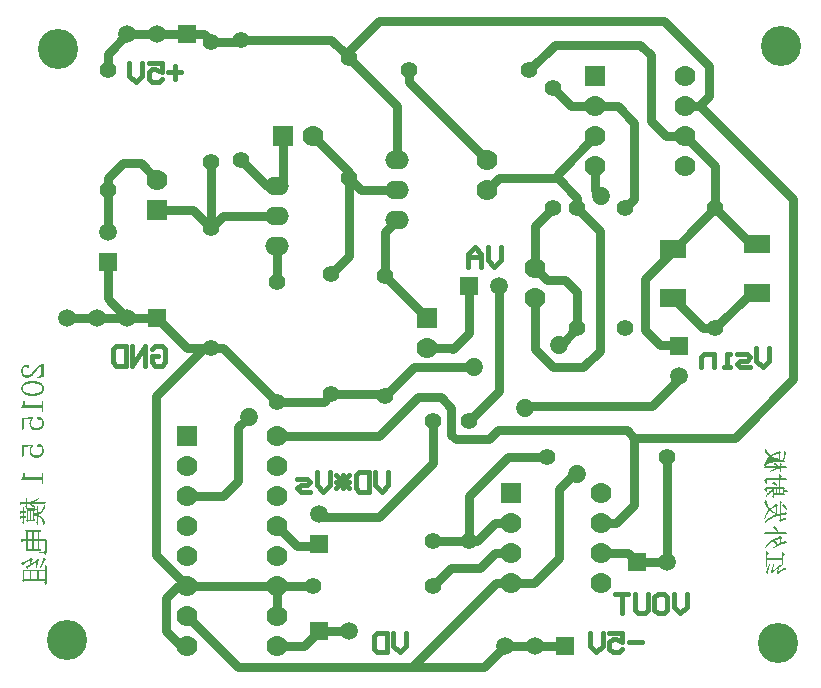
<source format=gbl>
%FSLAX44Y44*%
%MOMM*%
G71*
G01*
G75*
G04 Layer_Physical_Order=2*
G04 Layer_Color=16711680*
%ADD10C,0.7620*%
%ADD11C,0.3810*%
%ADD12O,1.5492X1.5240*%
%ADD13R,1.7780X1.7780*%
%ADD14C,1.7780*%
%ADD15R,2.3000X1.6000*%
%ADD16R,1.5000X1.5000*%
%ADD17C,1.5000*%
%ADD18O,2.0320X1.5240*%
%ADD19C,1.4000*%
%ADD20R,1.8032X1.7780*%
%ADD21R,1.7780X1.8032*%
%ADD22R,1.5000X1.5000*%
%ADD23C,3.4000*%
G36*
X304025Y881057D02*
Y881032D01*
Y880933D01*
Y880834D01*
X304050Y880685D01*
X304100Y880363D01*
X304149Y880214D01*
X304224Y880090D01*
Y880065D01*
X304273Y880041D01*
X304323Y879966D01*
X304422Y879892D01*
X304521Y879842D01*
X304670Y879768D01*
X304819Y879743D01*
X305017Y879718D01*
X317710D01*
X317834Y879768D01*
X318007Y879817D01*
X318181Y879917D01*
X318379Y880041D01*
X318528Y880239D01*
X318676Y880511D01*
Y880536D01*
X318726Y880636D01*
X318751Y880809D01*
X318801Y881057D01*
X318825Y881206D01*
X318850Y881404D01*
X318875Y881627D01*
Y881850D01*
X318900Y882123D01*
X318924Y882445D01*
Y882767D01*
Y883139D01*
X320065D01*
Y874066D01*
X318924D01*
Y874091D01*
Y874165D01*
Y874264D01*
Y874413D01*
Y874587D01*
X318900Y874785D01*
X318875Y875231D01*
X318850Y875727D01*
X318801Y876198D01*
X318726Y876619D01*
X318676Y876793D01*
X318627Y876942D01*
X318602Y876966D01*
X318577Y877041D01*
X318503Y877165D01*
X318404Y877289D01*
X318255Y877413D01*
X318082Y877537D01*
X317858Y877611D01*
X317586Y877636D01*
X301224D01*
Y877661D01*
X301249Y877710D01*
X301299Y877785D01*
X301348Y877908D01*
X301497Y878206D01*
X301670Y878578D01*
X301869Y878975D01*
X302042Y879371D01*
X302241Y879718D01*
X302389Y880041D01*
Y880065D01*
X302414Y880115D01*
X302439Y880189D01*
X302464Y880313D01*
X302513Y880462D01*
X302538Y880636D01*
X302588Y880834D01*
X302662Y881057D01*
X302761Y881578D01*
X302885Y882172D01*
X302984Y882792D01*
X303083Y883486D01*
X304025D01*
Y881057D01*
D02*
G37*
G36*
X316346Y869976D02*
X316495Y869951D01*
X316668Y869926D01*
X317090Y869827D01*
X317536Y869653D01*
X317759Y869529D01*
X317982Y869381D01*
X318230Y869207D01*
X318429Y869009D01*
X318627Y868786D01*
X318825Y868538D01*
X318850Y868513D01*
X318900Y868463D01*
X318974Y868364D01*
X319073Y868215D01*
X319197Y868042D01*
X319346Y867844D01*
X319470Y867596D01*
X319619Y867323D01*
X319792Y867026D01*
X319916Y866703D01*
X320065Y866331D01*
X320189Y865935D01*
X320288Y865513D01*
X320362Y865092D01*
X320412Y864621D01*
X320437Y864125D01*
Y864100D01*
Y864001D01*
X320412Y863852D01*
Y863654D01*
X320362Y863431D01*
X320337Y863158D01*
X320263Y862836D01*
X320164Y862514D01*
X320065Y862167D01*
X319916Y861795D01*
X319767Y861423D01*
X319569Y861051D01*
X319321Y860679D01*
X319048Y860332D01*
X318726Y859985D01*
X318354Y859663D01*
X318330Y859638D01*
X318280Y859613D01*
X318181Y859539D01*
X318057Y859440D01*
X317883Y859341D01*
X317685Y859217D01*
X317462Y859093D01*
X317189Y858944D01*
X316916Y858820D01*
X316594Y858696D01*
X316272Y858572D01*
X315900Y858473D01*
X315528Y858374D01*
X315131Y858299D01*
X314710Y858275D01*
X314264Y858250D01*
X314016D01*
X313842Y858275D01*
X313644Y858299D01*
X313396Y858324D01*
X313123Y858374D01*
X312826Y858423D01*
X312157Y858597D01*
X311810Y858721D01*
X311462Y858845D01*
X311115Y859018D01*
X310768Y859217D01*
X310446Y859440D01*
X310124Y859688D01*
X310099Y859712D01*
X310049Y859762D01*
X309950Y859861D01*
X309826Y859985D01*
X309678Y860134D01*
X309529Y860332D01*
X309355Y860580D01*
X309182Y860828D01*
X309008Y861125D01*
X308835Y861472D01*
X308686Y861820D01*
X308537Y862216D01*
X308413Y862662D01*
X308314Y863109D01*
X308265Y863605D01*
X308240Y864125D01*
Y864150D01*
Y864199D01*
Y864274D01*
Y864373D01*
X308265Y864646D01*
X308289Y864993D01*
X308339Y865389D01*
X308438Y865836D01*
X308537Y866282D01*
X308686Y866728D01*
X308711Y866778D01*
X308760Y866877D01*
X308860Y867050D01*
X308983Y867273D01*
X309157Y867497D01*
X309380Y867720D01*
X309628Y867918D01*
X309925Y868092D01*
X303505Y867670D01*
Y864001D01*
Y859464D01*
X301621Y858994D01*
Y868736D01*
X311314Y869306D01*
X311636Y868463D01*
X311586Y868439D01*
X311462Y868315D01*
X311289Y868166D01*
X311066Y867943D01*
X310793Y867695D01*
X310520Y867397D01*
X310248Y867050D01*
X310000Y866678D01*
X309975Y866629D01*
X309901Y866505D01*
X309802Y866307D01*
X309678Y866034D01*
X309554Y865687D01*
X309454Y865315D01*
X309380Y864894D01*
X309355Y864423D01*
Y864398D01*
Y864323D01*
Y864224D01*
X309380Y864100D01*
X309405Y863927D01*
X309430Y863753D01*
X309529Y863307D01*
X309727Y862811D01*
X309826Y862563D01*
X309975Y862315D01*
X310149Y862067D01*
X310347Y861844D01*
X310570Y861596D01*
X310843Y861398D01*
X310868D01*
X310892Y861348D01*
X310967Y861299D01*
X311091Y861249D01*
X311215Y861175D01*
X311363Y861076D01*
X311562Y861002D01*
X311760Y860902D01*
X312256Y860729D01*
X312851Y860555D01*
X313495Y860456D01*
X314239Y860406D01*
X314437D01*
X314561Y860431D01*
X314735D01*
X314933Y860456D01*
X315404Y860530D01*
X315925Y860654D01*
X316520Y860853D01*
X317090Y861101D01*
X317660Y861448D01*
X317685D01*
X317735Y861497D01*
X317809Y861547D01*
X317908Y861646D01*
X318156Y861869D01*
X318453Y862216D01*
X318751Y862638D01*
X318999Y863133D01*
X319098Y863431D01*
X319172Y863728D01*
X319222Y864075D01*
X319247Y864423D01*
Y864447D01*
Y864522D01*
Y864621D01*
X319222Y864770D01*
Y864918D01*
X319197Y865117D01*
X319147Y865538D01*
X319048Y865984D01*
X318924Y866431D01*
X318825Y866629D01*
X318726Y866802D01*
X318602Y866951D01*
X318478Y867075D01*
X318453Y867100D01*
X318379Y867125D01*
X318255Y867174D01*
X318082Y867224D01*
X317834Y867298D01*
X317536Y867323D01*
X317164Y867348D01*
X316718Y867323D01*
X315974Y867273D01*
X315875D01*
X315776Y867298D01*
X315627Y867323D01*
X315479Y867373D01*
X315330Y867447D01*
X315156Y867546D01*
X315007Y867695D01*
X314983Y867720D01*
X314958Y867769D01*
X314908Y867844D01*
X314834Y867968D01*
X314784Y868116D01*
X314735Y868265D01*
X314710Y868463D01*
X314685Y868662D01*
Y868687D01*
Y868761D01*
X314710Y868860D01*
X314735Y868984D01*
X314784Y869133D01*
X314834Y869306D01*
X314933Y869455D01*
X315057Y869629D01*
X315082Y869653D01*
X315107Y869678D01*
X315206Y869753D01*
X315305Y869802D01*
X315429Y869876D01*
X315602Y869951D01*
X315801Y869976D01*
X316049Y870000D01*
X316222D01*
X316346Y869976D01*
D02*
G37*
G36*
Y846821D02*
X316495Y846797D01*
X316668Y846772D01*
X317090Y846673D01*
X317536Y846499D01*
X317759Y846375D01*
X317982Y846226D01*
X318230Y846053D01*
X318429Y845854D01*
X318627Y845631D01*
X318825Y845384D01*
X318850Y845359D01*
X318900Y845309D01*
X318974Y845210D01*
X319073Y845061D01*
X319197Y844888D01*
X319346Y844689D01*
X319470Y844442D01*
X319619Y844169D01*
X319792Y843871D01*
X319916Y843549D01*
X320065Y843177D01*
X320189Y842781D01*
X320288Y842359D01*
X320362Y841938D01*
X320412Y841467D01*
X320437Y840971D01*
Y840946D01*
Y840847D01*
X320412Y840698D01*
Y840500D01*
X320362Y840277D01*
X320337Y840004D01*
X320263Y839682D01*
X320164Y839360D01*
X320065Y839012D01*
X319916Y838641D01*
X319767Y838269D01*
X319569Y837897D01*
X319321Y837525D01*
X319048Y837178D01*
X318726Y836831D01*
X318354Y836509D01*
X318330Y836484D01*
X318280Y836459D01*
X318181Y836385D01*
X318057Y836285D01*
X317883Y836186D01*
X317685Y836062D01*
X317462Y835938D01*
X317189Y835790D01*
X316916Y835666D01*
X316594Y835542D01*
X316272Y835418D01*
X315900Y835319D01*
X315528Y835219D01*
X315131Y835145D01*
X314710Y835120D01*
X314264Y835096D01*
X314016D01*
X313842Y835120D01*
X313644Y835145D01*
X313396Y835170D01*
X313123Y835219D01*
X312826Y835269D01*
X312157Y835443D01*
X311810Y835566D01*
X311462Y835691D01*
X311115Y835864D01*
X310768Y836062D01*
X310446Y836285D01*
X310124Y836533D01*
X310099Y836558D01*
X310049Y836608D01*
X309950Y836707D01*
X309826Y836831D01*
X309678Y836980D01*
X309529Y837178D01*
X309355Y837426D01*
X309182Y837674D01*
X309008Y837971D01*
X308835Y838318D01*
X308686Y838665D01*
X308537Y839062D01*
X308413Y839508D01*
X308314Y839954D01*
X308265Y840450D01*
X308240Y840971D01*
Y840996D01*
Y841045D01*
Y841120D01*
Y841219D01*
X308265Y841491D01*
X308289Y841839D01*
X308339Y842235D01*
X308438Y842681D01*
X308537Y843128D01*
X308686Y843574D01*
X308711Y843623D01*
X308760Y843723D01*
X308860Y843896D01*
X308983Y844119D01*
X309157Y844342D01*
X309380Y844565D01*
X309628Y844764D01*
X309925Y844937D01*
X303505Y844516D01*
Y840847D01*
Y836310D01*
X301621Y835839D01*
Y845582D01*
X311314Y846152D01*
X311636Y845309D01*
X311586Y845284D01*
X311462Y845160D01*
X311289Y845012D01*
X311066Y844789D01*
X310793Y844541D01*
X310520Y844243D01*
X310248Y843896D01*
X310000Y843524D01*
X309975Y843475D01*
X309901Y843351D01*
X309802Y843152D01*
X309678Y842880D01*
X309554Y842533D01*
X309454Y842161D01*
X309380Y841739D01*
X309355Y841268D01*
Y841244D01*
Y841169D01*
Y841070D01*
X309380Y840946D01*
X309405Y840772D01*
X309430Y840599D01*
X309529Y840153D01*
X309727Y839657D01*
X309826Y839409D01*
X309975Y839161D01*
X310149Y838913D01*
X310347Y838690D01*
X310570Y838442D01*
X310843Y838244D01*
X310868D01*
X310892Y838194D01*
X310967Y838145D01*
X311091Y838095D01*
X311215Y838021D01*
X311363Y837922D01*
X311562Y837847D01*
X311760Y837748D01*
X312256Y837575D01*
X312851Y837401D01*
X313495Y837302D01*
X314239Y837252D01*
X314437D01*
X314561Y837277D01*
X314735D01*
X314933Y837302D01*
X315404Y837376D01*
X315925Y837500D01*
X316520Y837699D01*
X317090Y837946D01*
X317660Y838294D01*
X317685D01*
X317735Y838343D01*
X317809Y838393D01*
X317908Y838492D01*
X318156Y838715D01*
X318453Y839062D01*
X318751Y839483D01*
X318999Y839979D01*
X319098Y840277D01*
X319172Y840574D01*
X319222Y840921D01*
X319247Y841268D01*
Y841293D01*
Y841367D01*
Y841467D01*
X319222Y841615D01*
Y841764D01*
X319197Y841963D01*
X319147Y842384D01*
X319048Y842830D01*
X318924Y843276D01*
X318825Y843475D01*
X318726Y843648D01*
X318602Y843797D01*
X318478Y843921D01*
X318453Y843946D01*
X318379Y843970D01*
X318255Y844020D01*
X318082Y844070D01*
X317834Y844144D01*
X317536Y844169D01*
X317164Y844194D01*
X316718Y844169D01*
X315974Y844119D01*
X315875D01*
X315776Y844144D01*
X315627Y844169D01*
X315479Y844218D01*
X315330Y844293D01*
X315156Y844392D01*
X315007Y844541D01*
X314983Y844565D01*
X314958Y844615D01*
X314908Y844689D01*
X314834Y844813D01*
X314784Y844962D01*
X314735Y845111D01*
X314710Y845309D01*
X314685Y845508D01*
Y845532D01*
Y845607D01*
X314710Y845706D01*
X314735Y845830D01*
X314784Y845978D01*
X314834Y846152D01*
X314933Y846301D01*
X315057Y846474D01*
X315082Y846499D01*
X315107Y846524D01*
X315206Y846598D01*
X315305Y846648D01*
X315429Y846722D01*
X315602Y846797D01*
X315801Y846821D01*
X316049Y846846D01*
X316222D01*
X316346Y846821D01*
D02*
G37*
G36*
X935427Y745450D02*
X935254Y744830D01*
X935080Y744260D01*
X934932Y743690D01*
X934783Y743145D01*
X934634Y742649D01*
X934485Y742178D01*
X934362Y741707D01*
X934238Y741285D01*
X934039Y740492D01*
X933841Y739798D01*
X933667Y739203D01*
X933543Y738658D01*
X933419Y738211D01*
X933320Y737840D01*
X933246Y737542D01*
X933196Y737319D01*
X933147Y737145D01*
X933122Y737021D01*
X933097Y736947D01*
Y736922D01*
X931362Y738162D01*
X931436Y738236D01*
X931511Y738335D01*
X931610Y738484D01*
X931709Y738633D01*
X931808Y738831D01*
X931932Y739054D01*
X932180Y739550D01*
X932453Y740120D01*
X932725Y740740D01*
X933023Y741409D01*
X933320Y742079D01*
X933593Y742748D01*
X933841Y743368D01*
X934089Y743963D01*
X934312Y744483D01*
X934386Y744731D01*
X934485Y744930D01*
X934560Y745128D01*
X934610Y745277D01*
X934659Y745401D01*
X934709Y745500D01*
X934733Y745549D01*
Y745574D01*
X935427Y745450D01*
D02*
G37*
G36*
X320114Y903864D02*
X315082Y902525D01*
X314859Y903368D01*
X314884D01*
X314958Y903418D01*
X315057Y903443D01*
X315206Y903517D01*
X315379Y903591D01*
X315553Y903690D01*
X315999Y903914D01*
X316470Y904162D01*
X316941Y904459D01*
X317363Y904756D01*
X317536Y904930D01*
X317685Y905079D01*
X317710Y905104D01*
X317759Y905203D01*
X317858Y905351D01*
X317933Y905575D01*
X318032Y905872D01*
X318131Y906219D01*
X318181Y906616D01*
X318206Y907087D01*
Y912937D01*
X318181D01*
X318156Y912913D01*
X318082Y912863D01*
X317982Y912813D01*
X317710Y912640D01*
X317363Y912392D01*
X316941Y912070D01*
X316470Y911698D01*
X315925Y911227D01*
X315355Y910681D01*
X315330Y910657D01*
X315305Y910632D01*
X315256Y910557D01*
X315156Y910483D01*
X314958Y910235D01*
X314660Y909888D01*
X314313Y909467D01*
X313942Y908971D01*
X313495Y908401D01*
X313049Y907756D01*
X313024Y907731D01*
X312975Y907632D01*
X312876Y907508D01*
X312727Y907335D01*
X312578Y907112D01*
X312380Y906864D01*
X312181Y906591D01*
X311933Y906293D01*
X311413Y905674D01*
X310868Y905079D01*
X310297Y904509D01*
X310000Y904261D01*
X309727Y904038D01*
X309702Y904013D01*
X309653Y903988D01*
X309554Y903939D01*
X309454Y903839D01*
X309281Y903765D01*
X309107Y903666D01*
X308909Y903542D01*
X308686Y903443D01*
X308141Y903220D01*
X307546Y903021D01*
X306876Y902897D01*
X306529Y902872D01*
X306157Y902848D01*
X305934D01*
X305761Y902872D01*
X305562Y902897D01*
X305339Y902922D01*
X304844Y902996D01*
X304273Y903170D01*
X303703Y903393D01*
X303430Y903542D01*
X303183Y903715D01*
X302935Y903914D01*
X302736Y904137D01*
X302712Y904162D01*
X302662Y904211D01*
X302612Y904286D01*
X302513Y904409D01*
X302389Y904558D01*
X302265Y904756D01*
X302141Y904980D01*
X301993Y905228D01*
X301869Y905500D01*
X301745Y905823D01*
X301621Y906194D01*
X301497Y906566D01*
X301398Y906988D01*
X301348Y907434D01*
X301299Y907930D01*
X301274Y908450D01*
Y908475D01*
Y908574D01*
Y908698D01*
X301299Y908896D01*
X301323Y909120D01*
X301348Y909368D01*
X301398Y909665D01*
X301447Y909962D01*
X301621Y910632D01*
X301745Y910979D01*
X301893Y911326D01*
X302067Y911673D01*
X302241Y911995D01*
X302488Y912293D01*
X302736Y912590D01*
X302761Y912615D01*
X302811Y912665D01*
X302885Y912739D01*
X302984Y912813D01*
X303108Y912937D01*
X303282Y913061D01*
X303654Y913334D01*
X304125Y913607D01*
X304670Y913855D01*
X304967Y913929D01*
X305265Y914003D01*
X305587Y914053D01*
X305910Y914078D01*
X306058D01*
X306232Y914053D01*
X306455Y914028D01*
X306703Y913979D01*
X306975Y913929D01*
X307248Y913830D01*
X307521Y913706D01*
X307546Y913681D01*
X307620Y913656D01*
X307719Y913557D01*
X307818Y913458D01*
X307942Y913309D01*
X308041Y913160D01*
X308116Y912937D01*
X308141Y912714D01*
Y912690D01*
Y912615D01*
X308116Y912516D01*
X308091Y912392D01*
X308041Y912243D01*
X307992Y912070D01*
X307893Y911921D01*
X307769Y911747D01*
X307744Y911723D01*
X307694Y911673D01*
X307620Y911624D01*
X307521Y911549D01*
X307372Y911475D01*
X307199Y911400D01*
X307000Y911376D01*
X306752Y911351D01*
X306703D01*
X306554Y911376D01*
X306405Y911400D01*
X306232Y911475D01*
X306207D01*
X306133Y911499D01*
X306009Y911574D01*
X305835Y911673D01*
X305810Y911698D01*
X305711Y911747D01*
X305562Y911822D01*
X305389Y911896D01*
X305339D01*
X305191Y911921D01*
X305091Y911946D01*
X304967D01*
X304794Y911971D01*
X304571D01*
X304447Y911946D01*
X304249Y911921D01*
X304001Y911847D01*
X303753Y911747D01*
X303480Y911599D01*
X303207Y911376D01*
X302984Y911078D01*
X302959Y911029D01*
X302885Y910905D01*
X302811Y910706D01*
X302687Y910409D01*
X302588Y910037D01*
X302513Y909615D01*
X302439Y909120D01*
X302414Y908549D01*
Y908525D01*
Y908475D01*
Y908401D01*
Y908277D01*
X302439Y908128D01*
X302464Y907954D01*
X302513Y907583D01*
X302612Y907112D01*
X302761Y906641D01*
X302984Y906145D01*
X303257Y905649D01*
X303307Y905624D01*
X303406Y905550D01*
X303604Y905451D01*
X303901Y905327D01*
X304249Y905203D01*
X304720Y905104D01*
X305240Y905029D01*
X305885Y905004D01*
X306133D01*
X306405Y905029D01*
X306728Y905054D01*
X307124Y905128D01*
X307496Y905203D01*
X307893Y905327D01*
X308240Y905475D01*
X308265D01*
X308289Y905500D01*
X308364Y905550D01*
X308463Y905599D01*
X308736Y905798D01*
X309083Y906046D01*
X309479Y906393D01*
X309950Y906814D01*
X310421Y907335D01*
X310694Y907632D01*
X310942Y907954D01*
X310967Y907979D01*
X311016Y908054D01*
X311091Y908153D01*
X311215Y908302D01*
X311363Y908500D01*
X311537Y908723D01*
X311735Y908946D01*
X311958Y909219D01*
X312504Y909814D01*
X313099Y910483D01*
X313793Y911152D01*
X314536Y911822D01*
X314561Y911847D01*
X314636Y911896D01*
X314760Y911995D01*
X314933Y912119D01*
X315131Y912293D01*
X315379Y912466D01*
X315652Y912665D01*
X315950Y912863D01*
X316272Y913086D01*
X316619Y913284D01*
X317387Y913731D01*
X318206Y914102D01*
X318627Y914276D01*
X319048Y914425D01*
X320114D01*
Y903864D01*
D02*
G37*
G36*
X311537Y900220D02*
X311884Y900195D01*
X312305Y900170D01*
X312752Y900121D01*
X313223Y900046D01*
X313743Y899972D01*
X314289Y899848D01*
X314859Y899724D01*
X315404Y899575D01*
X315974Y899402D01*
X316545Y899179D01*
X317065Y898931D01*
X317586Y898658D01*
X317610Y898633D01*
X317710Y898584D01*
X317834Y898485D01*
X318032Y898361D01*
X318230Y898212D01*
X318478Y897989D01*
X318726Y897766D01*
X318974Y897468D01*
X319247Y897171D01*
X319495Y896799D01*
X319743Y896402D01*
X319941Y895981D01*
X320139Y895485D01*
X320263Y894989D01*
X320362Y894419D01*
X320387Y893824D01*
Y893774D01*
Y893675D01*
X320362Y893502D01*
X320337Y893279D01*
X320288Y893006D01*
X320238Y892708D01*
X320139Y892361D01*
X320015Y891965D01*
X319867Y891593D01*
X319668Y891171D01*
X319445Y890750D01*
X319147Y890353D01*
X318825Y889957D01*
X318429Y889560D01*
X317982Y889188D01*
X317462Y888866D01*
X317437Y888841D01*
X317338Y888792D01*
X317189Y888717D01*
X316991Y888643D01*
X316743Y888519D01*
X316445Y888395D01*
X316073Y888271D01*
X315677Y888122D01*
X315231Y887973D01*
X314735Y887850D01*
X314189Y887726D01*
X313594Y887602D01*
X312975Y887527D01*
X312305Y887453D01*
X311611Y887403D01*
X310868Y887378D01*
X310471D01*
X310173Y887403D01*
X309826Y887428D01*
X309430Y887478D01*
X308959Y887527D01*
X308463Y887602D01*
X307942Y887676D01*
X307397Y887800D01*
X306827Y887924D01*
X306257Y888097D01*
X305686Y888296D01*
X305141Y888519D01*
X304596Y888792D01*
X304075Y889089D01*
X304050Y889114D01*
X303951Y889163D01*
X303802Y889238D01*
X303629Y889362D01*
X303406Y889535D01*
X303183Y889734D01*
X302910Y889957D01*
X302637Y890229D01*
X302389Y890552D01*
X302117Y890899D01*
X301893Y891295D01*
X301670Y891717D01*
X301497Y892188D01*
X301348Y892684D01*
X301249Y893229D01*
X301224Y893824D01*
Y893849D01*
Y893973D01*
X301249Y894146D01*
X301274Y894369D01*
X301323Y894642D01*
X301373Y894964D01*
X301472Y895311D01*
X301596Y895683D01*
X301745Y896080D01*
X301943Y896477D01*
X302191Y896898D01*
X302488Y897319D01*
X302811Y897716D01*
X303207Y898113D01*
X303678Y898485D01*
X304199Y898807D01*
X304224Y898832D01*
X304323Y898856D01*
X304472Y898931D01*
X304670Y899030D01*
X304918Y899129D01*
X305215Y899253D01*
X305587Y899402D01*
X305984Y899526D01*
X306455Y899650D01*
X306951Y899799D01*
X307496Y899922D01*
X308091Y900022D01*
X308736Y900121D01*
X309405Y900170D01*
X310124Y900220D01*
X310868Y900245D01*
X311264D01*
X311537Y900220D01*
D02*
G37*
G36*
X304025Y819899D02*
Y819874D01*
Y819775D01*
Y819676D01*
X304050Y819527D01*
X304100Y819205D01*
X304149Y819056D01*
X304224Y818932D01*
Y818907D01*
X304273Y818883D01*
X304323Y818808D01*
X304422Y818734D01*
X304521Y818684D01*
X304670Y818610D01*
X304819Y818585D01*
X305017Y818560D01*
X317710D01*
X317834Y818610D01*
X318007Y818660D01*
X318181Y818759D01*
X318379Y818883D01*
X318528Y819081D01*
X318676Y819354D01*
Y819378D01*
X318726Y819478D01*
X318751Y819651D01*
X318801Y819899D01*
X318825Y820048D01*
X318850Y820246D01*
X318875Y820469D01*
Y820692D01*
X318900Y820965D01*
X318924Y821287D01*
Y821609D01*
Y821981D01*
X320065D01*
Y812908D01*
X318924D01*
Y812933D01*
Y813007D01*
Y813106D01*
Y813255D01*
Y813429D01*
X318900Y813627D01*
X318875Y814073D01*
X318850Y814569D01*
X318801Y815040D01*
X318726Y815462D01*
X318676Y815635D01*
X318627Y815784D01*
X318602Y815809D01*
X318577Y815883D01*
X318503Y816007D01*
X318404Y816131D01*
X318255Y816255D01*
X318082Y816379D01*
X317858Y816453D01*
X317586Y816478D01*
X301224D01*
Y816503D01*
X301249Y816552D01*
X301299Y816627D01*
X301348Y816751D01*
X301497Y817048D01*
X301670Y817420D01*
X301869Y817817D01*
X302042Y818213D01*
X302241Y818560D01*
X302389Y818883D01*
Y818907D01*
X302414Y818957D01*
X302439Y819031D01*
X302464Y819155D01*
X302513Y819304D01*
X302538Y819478D01*
X302588Y819676D01*
X302662Y819899D01*
X302761Y820420D01*
X302885Y821015D01*
X302984Y821634D01*
X303083Y822328D01*
X304025D01*
Y819899D01*
D02*
G37*
G36*
X309132Y750486D02*
X309554Y750312D01*
X309950Y750164D01*
X310248Y750015D01*
X310496Y749891D01*
X310694Y749792D01*
X310793Y749742D01*
X310843Y749717D01*
X310942Y749643D01*
X310991Y749593D01*
X311091Y749470D01*
X311115Y749370D01*
Y749345D01*
X311091Y749197D01*
X310991Y749073D01*
X310868Y748949D01*
X310694Y748850D01*
X310545Y748751D01*
X310421Y748676D01*
X310322Y748651D01*
X310297Y748627D01*
X310198Y748180D01*
X310099Y747734D01*
X310025Y747337D01*
X309925Y746966D01*
X309851Y746643D01*
X309802Y746420D01*
X309777Y746321D01*
Y746247D01*
X309752Y746222D01*
Y746197D01*
X309702Y745949D01*
X309628Y745701D01*
X309578Y745503D01*
X309504Y745330D01*
X309454Y745206D01*
X309405Y745082D01*
X309380Y745032D01*
Y745007D01*
X309653Y745230D01*
X309925Y745478D01*
X310223Y745726D01*
X310520Y745949D01*
X310768Y746148D01*
X310967Y746296D01*
X311115Y746395D01*
X311140Y746445D01*
X311165D01*
X311686Y746817D01*
X312231Y747238D01*
X312752Y747635D01*
X313223Y748032D01*
X313644Y748379D01*
X313818Y748527D01*
X313966Y748651D01*
X314090Y748751D01*
X314189Y748825D01*
X314239Y748875D01*
X314264Y748899D01*
Y749048D01*
X314289Y749222D01*
Y749593D01*
Y749767D01*
Y749916D01*
Y750015D01*
Y750040D01*
X314760Y749866D01*
X315206Y749717D01*
X315578Y749544D01*
X315900Y749420D01*
X316148Y749296D01*
X316346Y749197D01*
X316445Y749122D01*
X316495Y749098D01*
X316619Y748974D01*
X316693Y748850D01*
X316718Y748751D01*
Y748726D01*
X316693Y748602D01*
X316594Y748478D01*
X316470Y748354D01*
X316297Y748255D01*
X316148Y748180D01*
X316024Y748106D01*
X315925Y748081D01*
X315900Y748056D01*
X315776Y747437D01*
X315652Y746867D01*
X315528Y746321D01*
X315404Y745825D01*
X315305Y745429D01*
X315256Y745255D01*
X315206Y745106D01*
X315181Y744982D01*
X315156Y744908D01*
X315131Y744858D01*
Y744834D01*
X314983Y744264D01*
X314834Y743693D01*
X314685Y743148D01*
X314561Y742677D01*
X314437Y742255D01*
X314363Y742082D01*
X314338Y741933D01*
X314289Y741809D01*
X314264Y741710D01*
X314239Y741661D01*
Y741636D01*
X313396D01*
X313520Y742379D01*
X313644Y743098D01*
X313768Y743792D01*
X313867Y744387D01*
X313892Y744660D01*
X313942Y744908D01*
X313966Y745131D01*
X313991Y745305D01*
X314016Y745453D01*
Y745553D01*
X314041Y745627D01*
Y745652D01*
X314090Y746123D01*
X314140Y746544D01*
X314189Y746916D01*
X314214Y747263D01*
Y747536D01*
X314239Y747734D01*
Y747858D01*
Y747908D01*
X313743Y747337D01*
X313198Y746817D01*
X312702Y746321D01*
X312206Y745900D01*
X311785Y745553D01*
X311586Y745404D01*
X311438Y745280D01*
X311314Y745181D01*
X311215Y745106D01*
X311165Y745082D01*
X311140Y745057D01*
X310396Y744437D01*
X309702Y743892D01*
X309058Y743396D01*
X308512Y742999D01*
X308265Y742850D01*
X308041Y742702D01*
X307843Y742578D01*
X307694Y742454D01*
X307570Y742379D01*
X307471Y742330D01*
X307422Y742280D01*
X307397D01*
X307372Y742057D01*
X307347Y741859D01*
X307323Y741685D01*
X307298Y741536D01*
X307199Y741313D01*
X307124Y741140D01*
X307025Y741066D01*
X306951Y741016D01*
X306901Y740991D01*
X306876D01*
X306752Y741016D01*
X306628Y741090D01*
X306504Y741214D01*
X306381Y741363D01*
X306257Y741536D01*
X306133Y741735D01*
X305885Y742181D01*
X305686Y742627D01*
X305587Y742826D01*
X305513Y742999D01*
X305463Y743148D01*
X305414Y743272D01*
X305364Y743346D01*
Y743371D01*
X305934Y743569D01*
X306480Y743768D01*
X307000Y743991D01*
X307446Y744164D01*
X307843Y744338D01*
X307992Y744412D01*
X308141Y744487D01*
X308240Y744536D01*
X308314Y744586D01*
X308364Y745007D01*
X308413Y745404D01*
X308463Y745825D01*
X308512Y746197D01*
X308537Y746519D01*
Y746792D01*
X308562Y746891D01*
Y746966D01*
Y746990D01*
Y747015D01*
X308587Y747362D01*
Y747685D01*
X308612Y747957D01*
Y748205D01*
X308636Y748403D01*
Y748552D01*
Y748651D01*
Y748676D01*
X308265Y748329D01*
X307868Y747982D01*
X307471Y747660D01*
X307075Y747387D01*
X306752Y747164D01*
X306480Y746990D01*
X306381Y746916D01*
X306306Y746891D01*
X306257Y746842D01*
X306232D01*
X305637Y746445D01*
X305067Y746098D01*
X304546Y745800D01*
X304100Y745553D01*
X303753Y745354D01*
X303604Y745255D01*
X303455Y745206D01*
X303356Y745156D01*
X303282Y745106D01*
X303257Y745082D01*
X303232D01*
X303207Y744858D01*
X303183Y744660D01*
X303158Y744487D01*
X303133Y744338D01*
X303034Y744115D01*
X302935Y743966D01*
X302836Y743892D01*
X302761Y743842D01*
X302712Y743817D01*
X302687D01*
X302563Y743842D01*
X302439Y743916D01*
X302315Y744040D01*
X302191Y744189D01*
X302067Y744363D01*
X301943Y744561D01*
X301695Y744982D01*
X301472Y745429D01*
X301398Y745627D01*
X301299Y745800D01*
X301249Y745949D01*
X301199Y746073D01*
X301150Y746148D01*
Y746172D01*
X301670Y746321D01*
X302141Y746445D01*
X302563Y746594D01*
X302959Y746718D01*
X303282Y746817D01*
X303530Y746891D01*
X303604Y746916D01*
X303678Y746941D01*
X303703Y746966D01*
X303728D01*
X304596Y747337D01*
X304992Y747561D01*
X305364Y747734D01*
X305686Y747908D01*
X305934Y748032D01*
X306033Y748081D01*
X306108Y748131D01*
X306133Y748156D01*
X306157D01*
X306604Y748379D01*
X307025Y748627D01*
X307446Y748875D01*
X307843Y749098D01*
X308165Y749321D01*
X308438Y749470D01*
X308537Y749544D01*
X308612Y749569D01*
X308636Y749618D01*
X308661D01*
Y749742D01*
Y749891D01*
Y750238D01*
Y750387D01*
Y750536D01*
Y750635D01*
Y750659D01*
X309132Y750486D01*
D02*
G37*
G36*
X320214Y750362D02*
X320561Y750188D01*
X320883Y750040D01*
X321156Y749891D01*
X321379Y749742D01*
X321577Y749643D01*
X321726Y749544D01*
X321850Y749445D01*
X321949Y749370D01*
X322023Y749296D01*
X322098Y749197D01*
X322147Y749147D01*
Y749122D01*
X322098Y748998D01*
X321998Y748875D01*
X321850Y748775D01*
X321676Y748676D01*
X321503Y748602D01*
X321354Y748552D01*
X321255Y748503D01*
X321205D01*
X320957Y747784D01*
X320808Y747461D01*
X320685Y747139D01*
X320561Y746891D01*
X320461Y746693D01*
X320412Y746569D01*
X320387Y746519D01*
X320015Y745701D01*
X319842Y745330D01*
X319643Y744982D01*
X319495Y744685D01*
X319371Y744437D01*
X319272Y744288D01*
X319247Y744264D01*
Y744239D01*
X318999Y743792D01*
X318751Y743346D01*
X318478Y742900D01*
X318206Y742479D01*
X317958Y742107D01*
X317858Y741958D01*
X317759Y741834D01*
X317685Y741710D01*
X317635Y741636D01*
X317586Y741586D01*
Y741561D01*
X316718Y741710D01*
X317065Y742454D01*
X317363Y743123D01*
X317610Y743718D01*
X317834Y744239D01*
X317933Y744462D01*
X318007Y744660D01*
X318082Y744834D01*
X318156Y744958D01*
X318206Y745082D01*
X318230Y745156D01*
X318255Y745206D01*
Y745230D01*
X318429Y745701D01*
X318602Y746123D01*
X318751Y746544D01*
X318850Y746891D01*
X318949Y747189D01*
X319024Y747412D01*
X319048Y747561D01*
X319073Y747585D01*
Y747610D01*
X319222Y748081D01*
X319346Y748577D01*
X319470Y749073D01*
X319569Y749519D01*
X319668Y749940D01*
X319693Y750114D01*
X319743Y750263D01*
X319767Y750387D01*
Y750486D01*
X319792Y750536D01*
Y750560D01*
X320214Y750362D01*
D02*
G37*
G36*
X322841Y743470D02*
X322817Y743123D01*
X322792Y742727D01*
X322767Y742305D01*
Y741908D01*
X322742Y741536D01*
Y741239D01*
Y741115D01*
Y741041D01*
Y740991D01*
Y740966D01*
Y728125D01*
X322717Y727951D01*
X322643Y727803D01*
X322544Y727703D01*
X322420Y727654D01*
X322296Y727604D01*
X322197Y727579D01*
X322098D01*
X321998Y727604D01*
X321899Y727629D01*
X321750Y727728D01*
X321651Y727852D01*
X321627Y727877D01*
Y727902D01*
X321404Y728199D01*
X321180Y728522D01*
X320982Y728819D01*
X320784Y729117D01*
X320635Y729364D01*
X320511Y729563D01*
X320412Y729687D01*
X320387Y729712D01*
Y729736D01*
X321552Y730877D01*
Y731050D01*
X304100D01*
X303901Y730728D01*
X303703Y730480D01*
X303554Y730306D01*
X303406Y730207D01*
X303307Y730133D01*
X303232Y730108D01*
X303183Y730083D01*
X303059D01*
X302984Y730133D01*
X302811Y730207D01*
X302712Y730306D01*
X302662Y730331D01*
Y730356D01*
X302464Y730554D01*
X302265Y730778D01*
X301918Y731273D01*
X301770Y731521D01*
X301670Y731720D01*
X301596Y731843D01*
X301571Y731868D01*
Y731893D01*
X302637Y732711D01*
Y738834D01*
X301571Y740644D01*
X301943Y740570D01*
X302290Y740520D01*
X302612Y740495D01*
X302885Y740471D01*
X303108Y740446D01*
X321552D01*
Y740966D01*
X321527Y741586D01*
X321503Y742156D01*
X321453Y742677D01*
X321404Y743123D01*
X321354Y743495D01*
Y743644D01*
X321329Y743768D01*
X321304Y743892D01*
X321279Y743966D01*
Y743991D01*
Y744016D01*
X322841Y743470D01*
D02*
G37*
G36*
X316396Y800835D02*
X316346Y800786D01*
X316247Y800662D01*
X316049Y800488D01*
X315751Y800215D01*
X315404Y799918D01*
X314958Y799571D01*
X314437Y799199D01*
X313818Y798802D01*
X313793Y798778D01*
X313743Y798753D01*
X313669Y798703D01*
X313545Y798629D01*
X313396Y798555D01*
X313247Y798455D01*
X312851Y798257D01*
X312405Y798059D01*
X311909Y797860D01*
X311413Y797687D01*
X310917Y797588D01*
X320858D01*
X321081Y797612D01*
X321230D01*
X321329Y797637D01*
X321552Y797612D01*
X321651D01*
X321726Y797588D01*
X321750Y797538D01*
X321850Y797414D01*
X321875Y797315D01*
X321899Y797191D01*
X321924Y797042D01*
X321899Y796869D01*
Y796844D01*
X321875Y796770D01*
X321850Y796646D01*
X321800Y796522D01*
X321651Y796249D01*
X321552Y796125D01*
X321428Y796026D01*
X321379Y796001D01*
X321255Y795976D01*
X321108Y795958D01*
X321032Y795976D01*
X321025Y795952D01*
X321056D01*
X321108Y795958D01*
X321651Y795827D01*
Y795778D01*
X321627Y795679D01*
X321602Y795480D01*
X321577Y795232D01*
X321527Y794935D01*
X321453Y794588D01*
X321379Y794216D01*
X321255Y793795D01*
X321156Y793348D01*
X321007Y792878D01*
X320660Y791911D01*
X320461Y791415D01*
X320238Y790944D01*
X319966Y790498D01*
X319693Y790051D01*
X319668Y790027D01*
X319619Y789952D01*
X319519Y789828D01*
X319395Y789679D01*
X319247Y789481D01*
X319048Y789283D01*
X318825Y789035D01*
X318577Y788787D01*
X318280Y788539D01*
X317982Y788266D01*
X317635Y787994D01*
X317288Y787746D01*
X316892Y787498D01*
X316470Y787275D01*
X316024Y787052D01*
X315731Y786938D01*
X315751Y786928D01*
X315875Y786853D01*
X316049Y786779D01*
X316222Y786680D01*
X316668Y786432D01*
X317164Y786134D01*
X317685Y785713D01*
X318230Y785242D01*
X318751Y784697D01*
X318776Y784672D01*
X318825Y784622D01*
X318924Y784523D01*
X319048Y784374D01*
X319197Y784201D01*
X319371Y784003D01*
X319594Y783755D01*
X319792Y783482D01*
X320015Y783160D01*
X320263Y782837D01*
X320511Y782466D01*
X320759Y782069D01*
X321007Y781647D01*
X321255Y781201D01*
X321701Y780234D01*
X321676Y780210D01*
X321627Y780160D01*
X321552Y780086D01*
X321453Y779986D01*
X321230Y779738D01*
X321032Y779416D01*
Y779391D01*
X320982Y779342D01*
X320957Y779243D01*
X320908Y779119D01*
X320858Y778970D01*
X320808Y778772D01*
X320784Y778573D01*
X320759Y778326D01*
X320040Y778375D01*
Y778400D01*
X320015Y778499D01*
X319990Y778673D01*
X319966Y778871D01*
X319916Y779144D01*
X319867Y779441D01*
X319792Y779788D01*
X319693Y780135D01*
X319445Y780953D01*
X319147Y781796D01*
X318751Y782664D01*
X318528Y783085D01*
X318280Y783482D01*
X318255Y783507D01*
X318230Y783556D01*
X318156Y783655D01*
X318057Y783779D01*
X317958Y783928D01*
X317809Y784102D01*
X317487Y784498D01*
X317065Y784945D01*
X316619Y785391D01*
X316123Y785812D01*
X315578Y786159D01*
Y779292D01*
Y779268D01*
Y779218D01*
Y779119D01*
X315553Y779020D01*
X315503Y778796D01*
X315479Y778673D01*
X315429Y778598D01*
X315404D01*
X315379Y778573D01*
X315305Y778549D01*
X315107D01*
X314983Y778598D01*
X314859Y778673D01*
X314710Y778796D01*
X313594Y780309D01*
X314685Y781400D01*
Y786680D01*
X314660Y786655D01*
X314586Y786630D01*
X314462Y786556D01*
X314264Y786506D01*
X314239D01*
X314189Y786481D01*
X314115D01*
X314041Y786457D01*
X313818Y786407D01*
X313594Y786358D01*
Y786333D01*
X313570Y786234D01*
X313520Y786085D01*
X313470Y785936D01*
X313396Y785763D01*
X313322Y785614D01*
X313223Y785515D01*
X313099Y785440D01*
X313024D01*
X312950Y785465D01*
X312876Y785515D01*
X312776Y785614D01*
X312677Y785738D01*
X312578Y785911D01*
X312479Y786159D01*
X312380Y786539D01*
Y787922D01*
X312355Y787919D01*
X312181Y787895D01*
X312082Y787870D01*
X312033D01*
X312380Y786539D01*
Y782837D01*
X312553D01*
X312776Y782813D01*
X312900Y782788D01*
X312975Y782763D01*
Y782738D01*
X313024Y782713D01*
X313049Y782639D01*
X313099Y782565D01*
X313148Y782441D01*
X313173Y782292D01*
Y782094D01*
Y781870D01*
Y781846D01*
X313148Y781796D01*
X313099Y781722D01*
X313049Y781623D01*
X312900Y781400D01*
X312801Y781300D01*
X312702Y781226D01*
X312677Y781201D01*
X312553Y781176D01*
X312380Y781152D01*
X307248D01*
Y781127D01*
Y781102D01*
X307223Y780978D01*
X307174Y780805D01*
X307075Y780631D01*
X307050Y780606D01*
X307000Y780581D01*
X306901Y780557D01*
X306802Y780532D01*
X306628Y780557D01*
X306455Y780631D01*
X306257Y780755D01*
X306133Y780879D01*
X306009Y781003D01*
X305265Y782193D01*
X305885Y783011D01*
Y790572D01*
X305166Y792258D01*
X306703Y792159D01*
X312380D01*
X312628Y792183D01*
X312900D01*
X313123Y792159D01*
X313223Y792109D01*
X313297Y792059D01*
X313322Y792010D01*
X313347Y791960D01*
X313396Y791886D01*
X313421Y791762D01*
Y791638D01*
Y791464D01*
X313371Y791241D01*
Y791217D01*
X313347Y791142D01*
X313322Y791068D01*
X313272Y790944D01*
X313173Y790721D01*
X313123Y790646D01*
X313049Y790572D01*
X312999Y790547D01*
X312876Y790498D01*
X312677Y790448D01*
X312429Y790423D01*
X312380D01*
Y787922D01*
X312578Y787944D01*
X312801Y787994D01*
X313074Y788018D01*
X313322Y788068D01*
X313570Y788093D01*
X313594D01*
X313718Y788118D01*
X313867Y788142D01*
X314041Y788167D01*
X314413Y788242D01*
X314561Y788291D01*
X314685Y788316D01*
Y793175D01*
X314660Y794861D01*
X315677Y794439D01*
X315578Y792654D01*
Y788465D01*
X315602D01*
X315677Y788490D01*
X315776Y788539D01*
X315925Y788614D01*
X316098Y788688D01*
X316297Y788787D01*
X316768Y789060D01*
X317288Y789432D01*
X317858Y789853D01*
X318429Y790398D01*
X318701Y790721D01*
X318974Y791043D01*
X318999Y791068D01*
X319024Y791117D01*
X319098Y791217D01*
X319172Y791365D01*
X319296Y791539D01*
X319420Y791762D01*
X319544Y792010D01*
X319693Y792307D01*
X319867Y792630D01*
X320040Y793001D01*
X320214Y793398D01*
X320362Y793844D01*
X320536Y794315D01*
X320709Y794836D01*
X320883Y795381D01*
X321025Y795952D01*
X309826D01*
X309851Y795927D01*
X309950Y795852D01*
X310099Y795753D01*
X310297Y795604D01*
X310520Y795456D01*
X310768Y795282D01*
X311239Y794985D01*
X311264Y794960D01*
X311314Y794935D01*
X311413Y794885D01*
X311537Y794811D01*
X311686Y794762D01*
X311834Y794687D01*
X312231Y794588D01*
X312429Y794514D01*
X312454Y794489D01*
X312528Y794464D01*
X312652Y794390D01*
X312776Y794315D01*
X312925Y794216D01*
X313024Y794067D01*
X313123Y793919D01*
X313148Y793745D01*
Y793720D01*
X313123Y793646D01*
X313099Y793572D01*
X313024Y793448D01*
X312925Y793324D01*
X312801Y793175D01*
X312603Y793051D01*
X312355Y792927D01*
X312157D01*
X311933Y792952D01*
X311661Y793001D01*
X311363Y793076D01*
X311066Y793200D01*
X310744Y793398D01*
X310471Y793671D01*
X310421Y793720D01*
X310322Y793820D01*
X310173Y794018D01*
X309950Y794266D01*
X309727Y794588D01*
X309454Y794985D01*
X309207Y795431D01*
X308959Y795952D01*
X306033D01*
Y793249D01*
Y793224D01*
Y793150D01*
Y793026D01*
X306009Y792902D01*
X305984Y792630D01*
X305959Y792506D01*
X305934Y792431D01*
X305910Y792406D01*
X305885Y792382D01*
X305810Y792357D01*
X305736Y792332D01*
X305612D01*
X305488Y792357D01*
X305315Y792456D01*
X305141Y792580D01*
X304199Y793968D01*
X305141Y795059D01*
Y795952D01*
X301398D01*
Y795927D01*
X301373Y795877D01*
X301323Y795728D01*
X301249Y795555D01*
X301175Y795381D01*
X301150Y795357D01*
X301100Y795332D01*
X301001Y795307D01*
X300877D01*
X300728Y795357D01*
X300579Y795456D01*
X300505Y795555D01*
X300431Y795654D01*
X300356Y795803D01*
X300282Y795976D01*
X299885Y797662D01*
X301274Y797588D01*
X305141D01*
Y799199D01*
X305091Y800959D01*
X306083Y800711D01*
X306033Y799348D01*
Y797588D01*
X306579D01*
X306703Y797612D01*
X306852Y797662D01*
X307075Y797712D01*
X307347Y797786D01*
X307645Y797860D01*
X307992Y797935D01*
X308364Y798034D01*
X309182Y798257D01*
X310049Y798530D01*
X310942Y798827D01*
X311760Y799125D01*
X311785D01*
X311859Y799149D01*
X311958Y799199D01*
X312107Y799273D01*
X312281Y799348D01*
X312504Y799447D01*
X312752Y799571D01*
X313024Y799695D01*
X313347Y799844D01*
X313669Y800017D01*
X314388Y800389D01*
X315156Y800810D01*
X315999Y801306D01*
X316396Y800835D01*
D02*
G37*
G36*
X303579Y793324D02*
X303455Y791564D01*
Y789903D01*
X304596D01*
X304943Y789927D01*
X305191D01*
X305389Y789903D01*
X305463Y789878D01*
X305538Y789828D01*
X305562Y789803D01*
X305587Y789754D01*
Y789679D01*
X305612Y789580D01*
Y789432D01*
Y789283D01*
X305587Y789084D01*
Y789060D01*
X305562Y788985D01*
X305538Y788911D01*
X305488Y788787D01*
X305389Y788564D01*
X305290Y788465D01*
X305215Y788390D01*
X305166Y788366D01*
X305042Y788341D01*
X304844Y788291D01*
X303455D01*
Y785515D01*
X304645D01*
X304967Y785539D01*
X305215D01*
X305438Y785515D01*
X305513Y785490D01*
X305562Y785440D01*
X305587Y785415D01*
X305612Y785366D01*
X305637Y785292D01*
Y785192D01*
X305662Y785069D01*
Y784920D01*
X305637Y784721D01*
Y784697D01*
X305612Y784647D01*
X305562Y784548D01*
X305513Y784449D01*
X305364Y784226D01*
X305265Y784102D01*
X305141Y784027D01*
X305116Y784003D01*
X304992Y783978D01*
X304893Y783953D01*
X304794D01*
X304645Y783928D01*
X304472D01*
X304149Y783903D01*
X303455D01*
Y779788D01*
Y779763D01*
Y779714D01*
Y779615D01*
X303430Y779515D01*
X303381Y779268D01*
X303307Y779144D01*
X303232Y779044D01*
X303207D01*
X303183Y779020D01*
X303009D01*
X302910Y779044D01*
X302786Y779094D01*
X302662Y779218D01*
X302513Y779367D01*
X301621Y780780D01*
X302563Y781821D01*
Y783903D01*
X301422D01*
Y783878D01*
X301398Y783854D01*
X301373Y783730D01*
X301323Y783556D01*
X301249Y783358D01*
X301224Y783333D01*
X301150Y783284D01*
X301051Y783234D01*
X300927Y783209D01*
X300803D01*
X300654Y783284D01*
X300604Y783358D01*
X300530Y783457D01*
X300456Y783606D01*
X300406Y783755D01*
X300009Y785664D01*
X301299Y785515D01*
X302563D01*
Y788291D01*
X301257D01*
X301249Y788266D01*
X301224Y788192D01*
X301175Y788068D01*
X301100Y787845D01*
X301075Y787746D01*
X301026Y787672D01*
X301001Y787647D01*
X300951Y787622D01*
X300852Y787597D01*
X300728Y787622D01*
X300604Y787672D01*
X300480Y787795D01*
X300406Y787895D01*
X300332Y788018D01*
X300257Y788192D01*
X300208Y788366D01*
X299836Y790051D01*
X301100Y789903D01*
X302563D01*
Y792059D01*
X302538Y793745D01*
X303579Y793324D01*
D02*
G37*
G36*
X317437Y774359D02*
X317586Y774334D01*
X317809Y774210D01*
X317908Y774161D01*
X317982Y774111D01*
X318007Y774086D01*
X318032Y774062D01*
X318106Y773764D01*
X318156Y773566D01*
X318181Y773417D01*
Y773367D01*
X318156Y773120D01*
X318106Y772946D01*
X318007Y772797D01*
X317908Y772723D01*
X317809Y772673D01*
X317710Y772624D01*
X316718D01*
Y766302D01*
X321131D01*
X321453Y766277D01*
X321701Y766203D01*
X321800Y766153D01*
X321875Y766129D01*
X321899Y766104D01*
X321924D01*
X322122Y765980D01*
X322271Y765831D01*
X322395Y765682D01*
X322494Y765534D01*
X322569Y765385D01*
X322618Y765286D01*
X322668Y765211D01*
Y765187D01*
X322742Y764988D01*
X322817Y764716D01*
X322866Y764418D01*
X322916Y764096D01*
X322965Y763823D01*
X322990Y763575D01*
Y763476D01*
X323015Y763402D01*
Y763377D01*
Y763352D01*
X323040Y762906D01*
X323064Y762410D01*
X323089Y761889D01*
Y761369D01*
X323114Y760923D01*
Y760724D01*
Y760551D01*
Y760427D01*
Y760328D01*
Y760253D01*
Y760229D01*
Y759708D01*
X323089Y759187D01*
Y758691D01*
X323064Y758245D01*
X323040Y757873D01*
Y757725D01*
Y757576D01*
X323015Y757477D01*
Y757402D01*
Y757353D01*
Y757328D01*
X322990Y756882D01*
X322940Y756460D01*
X322891Y756088D01*
X322866Y755766D01*
X322817Y755493D01*
X322792Y755320D01*
X322767Y755196D01*
Y755146D01*
X322717Y754824D01*
X322643Y754527D01*
X322593Y754279D01*
X322494Y754056D01*
X322445Y753882D01*
X322370Y753758D01*
X322346Y753684D01*
X322321Y753659D01*
X322222Y753485D01*
X322122Y753362D01*
X322023Y753287D01*
X321924Y753213D01*
X321775Y753163D01*
X321701D01*
X321527Y753188D01*
X321379Y753262D01*
X321230Y753337D01*
X321131Y753436D01*
X321056Y753560D01*
X320982Y753634D01*
X320933Y753709D01*
Y753733D01*
X320833Y753907D01*
X320759Y754006D01*
X320709Y754031D01*
X320685Y754056D01*
X320610Y754105D01*
X320486Y754130D01*
X320412Y754155D01*
X319668D01*
X318974Y754130D01*
X318305D01*
X317710Y754105D01*
X317462D01*
X317214Y754081D01*
X316817D01*
X316668Y754056D01*
X316470D01*
X316321Y754998D01*
X316941Y755072D01*
X317511Y755146D01*
X318007Y755221D01*
X318453Y755270D01*
X318875Y755345D01*
X319222Y755394D01*
X319519Y755444D01*
X319767Y755493D01*
X319990Y755543D01*
X320164Y755593D01*
X320313Y755618D01*
X320437Y755667D01*
X320511Y755692D01*
X320561D01*
X320610Y755717D01*
X320759Y755766D01*
X320908Y755841D01*
X321007Y755915D01*
X321081Y756014D01*
X321180Y756163D01*
X321205Y756188D01*
Y756212D01*
X321255Y756386D01*
X321329Y756609D01*
X321404Y757006D01*
X321428Y757204D01*
X321453Y757353D01*
X321478Y757452D01*
Y757477D01*
X321503Y757873D01*
X321527Y758320D01*
Y758791D01*
X321552Y759212D01*
Y759609D01*
Y759782D01*
Y759931D01*
Y760055D01*
Y760154D01*
Y760204D01*
Y760229D01*
Y760625D01*
Y760997D01*
X321527Y761319D01*
Y761642D01*
X321503Y761914D01*
Y762187D01*
X321478Y762410D01*
X321453Y762608D01*
Y762782D01*
X321428Y762931D01*
X321404Y763179D01*
X321379Y763303D01*
Y763352D01*
X321354Y763625D01*
X321304Y763873D01*
X321255Y764071D01*
X321230Y764220D01*
X321180Y764344D01*
X321156Y764418D01*
X321131Y764468D01*
Y764492D01*
X321032Y764567D01*
X320883Y764592D01*
X320784Y764616D01*
X316718D01*
Y758146D01*
X317635D01*
X317809Y758121D01*
X317958Y758022D01*
X318057Y757923D01*
X318106Y757774D01*
X318156Y757650D01*
X318181Y757526D01*
Y757452D01*
Y757427D01*
X318156Y757229D01*
X318106Y757006D01*
X318082Y756907D01*
X318057Y756832D01*
X318032Y756783D01*
Y756758D01*
X317908Y756634D01*
X317784Y756535D01*
X317660Y756460D01*
X317536Y756411D01*
X317437Y756386D01*
X317363Y756361D01*
X316941D01*
X316545Y756386D01*
X316371D01*
X316222Y756411D01*
X315999D01*
X315850Y756436D01*
X315131D01*
X314735Y756460D01*
X307099D01*
X306901Y756163D01*
X306703Y755965D01*
X306554Y755816D01*
X306405Y755692D01*
X306306Y755642D01*
X306232Y755618D01*
X306182Y755593D01*
X306083D01*
X306009Y755642D01*
X305835Y755717D01*
X305736Y755816D01*
X305686Y755841D01*
Y755865D01*
X305488Y756064D01*
X305290Y756287D01*
X304943Y756783D01*
X304794Y757030D01*
X304695Y757229D01*
X304620Y757353D01*
X304596Y757378D01*
Y757402D01*
X305662Y758245D01*
Y764616D01*
X302588D01*
X302538Y764468D01*
X302464Y764294D01*
X302414Y764145D01*
X302389Y764121D01*
Y764096D01*
X302340Y763947D01*
X302290Y763848D01*
X302216Y763749D01*
X302117Y763699D01*
X301993Y763650D01*
X301918D01*
X301770Y763674D01*
X301646Y763724D01*
X301497Y763873D01*
X301398Y764021D01*
X301373Y764071D01*
Y764096D01*
X301274Y764418D01*
X301175Y764790D01*
X301100Y765187D01*
X301026Y765558D01*
X300951Y765881D01*
X300927Y766153D01*
X300902Y766253D01*
X300877Y766327D01*
Y766376D01*
Y766401D01*
X301571Y766352D01*
X301893Y766327D01*
X302191Y766302D01*
X305662D01*
Y772599D01*
X304596Y774384D01*
X304943Y774334D01*
X305290Y774285D01*
X305612Y774260D01*
X305885Y774235D01*
X306133Y774210D01*
X314636D01*
X314884Y774235D01*
X315082D01*
X315280Y774260D01*
X315602D01*
X315826Y774285D01*
X315974Y774309D01*
X316073Y774334D01*
X316098D01*
X316346Y774359D01*
X316793D01*
X316966Y774384D01*
X317288D01*
X317437Y774359D01*
D02*
G37*
G36*
X945716Y743591D02*
X945121Y743318D01*
X944550Y743046D01*
X944005Y742773D01*
X943559Y742500D01*
X943162Y742252D01*
X943013Y742153D01*
X942865Y742079D01*
X942766Y742004D01*
X942691Y741955D01*
X942642Y741905D01*
X942617D01*
X942394Y738385D01*
X943236Y739129D01*
X944129Y739823D01*
X944997Y740492D01*
X945418Y740790D01*
X945839Y741087D01*
X946211Y741335D01*
X946558Y741583D01*
X946856Y741781D01*
X947129Y741955D01*
X947352Y742104D01*
X947501Y742203D01*
X947624Y742277D01*
X947649Y742302D01*
X948294Y743021D01*
X949608Y740988D01*
X948740Y740715D01*
X947897Y740393D01*
X947079Y740046D01*
X946707Y739872D01*
X946360Y739724D01*
X946013Y739550D01*
X945740Y739401D01*
X945468Y739277D01*
X945245Y739153D01*
X945071Y739054D01*
X944947Y739005D01*
X944848Y738955D01*
X944823Y738930D01*
X944377Y738682D01*
X944005Y738435D01*
X943658Y738187D01*
X943385Y737963D01*
X943137Y737765D01*
X942914Y737567D01*
X942741Y737393D01*
X942617Y737245D01*
X942493Y737096D01*
X942418Y736972D01*
X942294Y736774D01*
X942245Y736650D01*
Y736600D01*
X940386Y737691D01*
X940733Y738211D01*
X940857Y738484D01*
X940981Y738707D01*
X941055Y738930D01*
X941129Y739079D01*
X941179Y739178D01*
Y739228D01*
X941278Y739600D01*
X941377Y739996D01*
X941476Y740393D01*
X941576Y740790D01*
X941650Y741137D01*
X941724Y741409D01*
X941749Y741508D01*
Y741583D01*
X941774Y741633D01*
Y741657D01*
X941303Y741261D01*
X940881Y740889D01*
X940485Y740566D01*
X940113Y740244D01*
X939791Y739971D01*
X939518Y739724D01*
X939270Y739501D01*
X939047Y739302D01*
X938849Y739129D01*
X938700Y738980D01*
X938551Y738881D01*
X938452Y738782D01*
X938378Y738707D01*
X938328Y738658D01*
X938278Y738608D01*
X937981Y738310D01*
X937758Y738038D01*
X937560Y737790D01*
X937436Y737567D01*
X937336Y737393D01*
X937262Y737269D01*
X937213Y737195D01*
Y737170D01*
X935403Y738261D01*
X935675Y738658D01*
X935923Y739104D01*
X936146Y739550D01*
X936345Y739971D01*
X936494Y740343D01*
X936543Y740517D01*
X936593Y740666D01*
X936642Y740765D01*
X936667Y740864D01*
X936692Y740913D01*
Y740938D01*
X936890Y741608D01*
X937113Y742302D01*
X937361Y742996D01*
X937560Y743641D01*
X937659Y743938D01*
X937758Y744211D01*
X937857Y744459D01*
X937907Y744682D01*
X937981Y744855D01*
X938030Y744979D01*
X938055Y745053D01*
Y745078D01*
X938749Y744954D01*
X937411Y738881D01*
X937758Y739327D01*
X938179Y739798D01*
X938625Y740269D01*
X939121Y740765D01*
X940163Y741707D01*
X940683Y742178D01*
X941204Y742624D01*
X941724Y743021D01*
X942195Y743417D01*
X942617Y743740D01*
X942989Y744037D01*
X943286Y744285D01*
X943534Y744459D01*
X943683Y744558D01*
X943708Y744607D01*
X943732D01*
X944278Y745425D01*
X945716Y743591D01*
D02*
G37*
G36*
X946980Y795601D02*
X947253Y795477D01*
X947501Y795353D01*
X947649Y795229D01*
X947773Y795130D01*
X947798Y795081D01*
X947947Y794882D01*
X948095Y794659D01*
X948244Y794411D01*
X948418Y794138D01*
X948715Y793568D01*
X948988Y792973D01*
X949236Y792428D01*
X949335Y792205D01*
X949434Y791982D01*
X949509Y791808D01*
X949558Y791684D01*
X949608Y791585D01*
Y791560D01*
X949087Y791263D01*
X948740Y791635D01*
X948393Y792007D01*
X948071Y792304D01*
X947773Y792601D01*
X947476Y792874D01*
X947228Y793122D01*
X946980Y793320D01*
X946757Y793519D01*
X946385Y793816D01*
X946211Y793940D01*
X946087Y794039D01*
X945988Y794089D01*
X945914Y794138D01*
X945889Y794188D01*
X945864D01*
X945666Y794337D01*
X945492Y794486D01*
X945393Y794610D01*
X945319Y794734D01*
X945294Y794857D01*
Y794957D01*
X945319Y795056D01*
X945368Y795155D01*
X945492Y795304D01*
X945641Y795403D01*
X945765Y795477D01*
X945790Y795502D01*
X945815D01*
X946038Y795576D01*
X946261Y795626D01*
X946459Y795651D01*
X946633D01*
X946980Y795601D01*
D02*
G37*
G36*
X938625Y814442D02*
X938873Y814368D01*
X939072Y814268D01*
X939270Y814169D01*
X939394Y814095D01*
X939493Y814020D01*
X939518Y813996D01*
X939815Y813748D01*
X940138Y813425D01*
X940460Y813078D01*
X940758Y812707D01*
X941055Y812384D01*
X941278Y812112D01*
X941352Y812012D01*
X941427Y811938D01*
X941452Y811888D01*
X941476Y811864D01*
X941154Y811368D01*
X940460Y811715D01*
X939815Y811988D01*
X939245Y812211D01*
X938749Y812359D01*
X938526Y812434D01*
X938328Y812483D01*
X938155Y812533D01*
X938006Y812558D01*
X937882Y812583D01*
X937807Y812607D01*
X937733D01*
X937485Y812657D01*
X937262Y812707D01*
X937088Y812781D01*
X936940Y812855D01*
X936841Y812930D01*
X936766Y813029D01*
X936717Y813103D01*
X936692Y813177D01*
X936667Y813351D01*
X936717Y813475D01*
X936741Y813574D01*
X936766Y813599D01*
X936989Y813847D01*
X937213Y814070D01*
X937436Y814219D01*
X937634Y814318D01*
X937807Y814392D01*
X937956Y814442D01*
X938055Y814467D01*
X938353D01*
X938625Y814442D01*
D02*
G37*
G36*
X945121Y819375D02*
X944030Y818210D01*
Y817615D01*
X948120D01*
X948938Y818359D01*
X949930Y815929D01*
X949484Y815954D01*
X949013D01*
X948046Y815979D01*
X946583D01*
X946112Y816004D01*
X944030D01*
Y810327D01*
X946038D01*
X946633Y810897D01*
X947872Y809385D01*
X947005Y808740D01*
Y806608D01*
X947277Y806782D01*
X947525Y806955D01*
X947748Y807129D01*
X947947Y807277D01*
X948269Y807575D01*
X948517Y807848D01*
X948690Y808095D01*
X948814Y808269D01*
X948864Y808368D01*
X948889Y808418D01*
X950104Y806459D01*
X949013Y806211D01*
X948492Y806087D01*
X948021Y805964D01*
X947600Y805864D01*
X947426Y805815D01*
X947277Y805765D01*
X947178Y805740D01*
X947079Y805716D01*
X947029Y805691D01*
X947005D01*
Y804947D01*
X947699Y803410D01*
X947501D01*
X947253Y803435D01*
X946707D01*
X946063Y803460D01*
X945368D01*
X944600Y803484D01*
X943831D01*
X942220Y803509D01*
X938303D01*
Y801179D01*
X937138Y802071D01*
X937287Y802815D01*
X937336Y803162D01*
X937361Y803484D01*
X937386Y803757D01*
Y803956D01*
Y804080D01*
Y804129D01*
Y806658D01*
X936816Y806311D01*
X936246Y805939D01*
X935725Y805542D01*
X935254Y805195D01*
X934833Y804873D01*
X934659Y804749D01*
X934510Y804625D01*
X934411Y804526D01*
X934312Y804451D01*
X934262Y804426D01*
X934238Y804402D01*
X933643Y803881D01*
X933073Y803336D01*
X932527Y802790D01*
X932056Y802295D01*
X931659Y801848D01*
X931511Y801650D01*
X931362Y801501D01*
X931263Y801352D01*
X931188Y801253D01*
X931139Y801204D01*
X931114Y801179D01*
X930618Y801501D01*
X931064Y802270D01*
X931535Y802989D01*
X931982Y803658D01*
X932428Y804228D01*
X932626Y804476D01*
X932800Y804699D01*
X932973Y804898D01*
X933122Y805071D01*
X933246Y805195D01*
X933320Y805294D01*
X933370Y805344D01*
X933395Y805369D01*
X934039Y806013D01*
X934709Y806583D01*
X935378Y807079D01*
X936022Y807525D01*
X936295Y807699D01*
X936568Y807872D01*
X936791Y807996D01*
X936989Y808120D01*
X937163Y808220D01*
X937287Y808294D01*
X937361Y808319D01*
X937386Y808343D01*
Y808715D01*
X932899D01*
X932775Y808690D01*
X932676Y808666D01*
X932601Y808591D01*
X932552Y808517D01*
X932502Y808393D01*
Y808343D01*
Y808319D01*
Y808244D01*
Y808120D01*
X932527Y807972D01*
Y807798D01*
X932577Y807426D01*
X932601Y807005D01*
X932651Y806633D01*
Y806459D01*
X932676Y806311D01*
Y806162D01*
X932701Y806063D01*
Y806013D01*
Y805988D01*
X932007D01*
X931882Y806360D01*
X931734Y806707D01*
X931585Y806980D01*
X931436Y807228D01*
X931288Y807451D01*
X931139Y807625D01*
X930990Y807773D01*
X930841Y807872D01*
X930717Y807972D01*
X930593Y808021D01*
X930395Y808120D01*
X930246Y808145D01*
X930197D01*
X930370Y808542D01*
X930544Y808864D01*
X930717Y809162D01*
X930916Y809409D01*
X931114Y809608D01*
X931312Y809806D01*
X931486Y809930D01*
X931684Y810054D01*
X931858Y810153D01*
X932031Y810203D01*
X932304Y810302D01*
X932403D01*
X932477Y810327D01*
X943872D01*
X944030Y810203D01*
Y810327D01*
X943872D01*
X942865Y811120D01*
X943013Y811864D01*
X943063Y812211D01*
X943088Y812533D01*
X943113Y812806D01*
Y813004D01*
Y813128D01*
Y813177D01*
Y816004D01*
X933048D01*
X932874Y815979D01*
X932725Y815929D01*
X932626Y815830D01*
X932577Y815756D01*
X932527Y815657D01*
X932502Y815557D01*
Y815508D01*
Y815483D01*
Y815359D01*
X932527Y815210D01*
Y815037D01*
X932552Y814814D01*
X932601Y814343D01*
X932651Y813822D01*
X932701Y813326D01*
Y813128D01*
X932725Y812930D01*
X932750Y812756D01*
X932775Y812632D01*
Y812558D01*
Y812533D01*
X931982D01*
X931858Y813004D01*
X931709Y813401D01*
X931560Y813748D01*
X931412Y814070D01*
X931263Y814343D01*
X931114Y814566D01*
X930965Y814739D01*
X930816Y814888D01*
X930668Y815012D01*
X930544Y815111D01*
X930321Y815235D01*
X930172Y815310D01*
X930122D01*
X930296Y815731D01*
X930470Y816103D01*
X930668Y816425D01*
X930866Y816673D01*
X931064Y816921D01*
X931288Y817094D01*
X931486Y817243D01*
X931684Y817367D01*
X931882Y817466D01*
X932056Y817516D01*
X932230Y817565D01*
X932378Y817590D01*
X932477Y817615D01*
X943113D01*
Y821185D01*
X945121Y819375D01*
D02*
G37*
G36*
X932230Y842108D02*
X932453Y841538D01*
X932676Y840992D01*
X932949Y840497D01*
X933221Y840001D01*
X933519Y839555D01*
X933816Y839158D01*
X934114Y838761D01*
X934411Y838439D01*
X934684Y838117D01*
X934957Y837869D01*
X935180Y837646D01*
X935353Y837472D01*
X935502Y837348D01*
X935601Y837274D01*
X935626Y837249D01*
X936047Y837546D01*
X936494Y837819D01*
X936989Y838092D01*
X937510Y838365D01*
X938601Y838860D01*
X939691Y839307D01*
X940187Y839505D01*
X940658Y839678D01*
X941080Y839827D01*
X941452Y839951D01*
X941774Y840050D01*
X941997Y840125D01*
X942146Y840174D01*
X942195Y840199D01*
X942790Y841067D01*
X944303Y839579D01*
X943460Y838662D01*
Y833010D01*
X946286D01*
X946385Y833654D01*
X946484Y834249D01*
X946558Y834795D01*
X946658Y835291D01*
X946732Y835762D01*
X946806Y836183D01*
X946856Y836555D01*
X946930Y836902D01*
X946980Y837199D01*
X947029Y837447D01*
X947054Y837671D01*
X947104Y837844D01*
X947129Y837968D01*
Y838067D01*
X947153Y838117D01*
Y838141D01*
X947277Y838736D01*
X947352Y839282D01*
X947426Y839753D01*
X947451Y840174D01*
X947476Y840497D01*
X947501Y840769D01*
Y840844D01*
Y840918D01*
Y840943D01*
Y840968D01*
X949533Y839555D01*
X949137Y838836D01*
X948963Y838488D01*
X948814Y838191D01*
X948690Y837918D01*
X948591Y837720D01*
X948542Y837596D01*
X948517Y837546D01*
X948418Y837323D01*
X948319Y837051D01*
X948219Y836728D01*
X948120Y836381D01*
X947996Y836010D01*
X947872Y835613D01*
X947649Y834795D01*
X947550Y834398D01*
X947451Y834051D01*
X947352Y833704D01*
X947277Y833407D01*
X947228Y833159D01*
X947178Y832985D01*
X947129Y832861D01*
Y832812D01*
X947773Y831324D01*
X946558Y831349D01*
X945418Y831374D01*
X943881D01*
X943435Y831398D01*
X941551D01*
X940460Y831374D01*
X939419Y831299D01*
X938948Y831274D01*
X938477Y831225D01*
X938030Y831175D01*
X937609Y831126D01*
X937237Y831051D01*
X936890Y831002D01*
X936593Y830952D01*
X936345Y830928D01*
X936146Y830878D01*
X935998Y830853D01*
X935899Y830828D01*
X935874D01*
X935378Y830704D01*
X934857Y830531D01*
X934386Y830332D01*
X933915Y830134D01*
X933469Y829886D01*
X933023Y829638D01*
X932626Y829390D01*
X932254Y829118D01*
X931907Y828870D01*
X931585Y828647D01*
X931337Y828424D01*
X931089Y828250D01*
X930916Y828077D01*
X930883Y828044D01*
X930816Y828052D01*
X930618D01*
X930576Y827940D01*
X930668Y827853D01*
X930693Y827878D01*
X930792Y827953D01*
X930883Y828044D01*
X931040Y828027D01*
X931585D01*
X931907Y828002D01*
X933048D01*
X933891Y827977D01*
X936618D01*
X937510Y827953D01*
X941278D01*
X940807Y828250D01*
X940336Y828523D01*
X939890Y828746D01*
X939493Y828944D01*
X939171Y829093D01*
X938898Y829217D01*
X938799Y829267D01*
X938725Y829291D01*
X938700Y829316D01*
X938675D01*
X938452Y829415D01*
X938303Y829539D01*
X938179Y829638D01*
X938105Y829737D01*
X938080Y829812D01*
Y829911D01*
Y829985D01*
X938130Y830085D01*
X938254Y830209D01*
X938402Y830308D01*
X938502Y830382D01*
X938551Y830407D01*
X938774Y830506D01*
X938973Y830556D01*
X939320Y830630D01*
X939642D01*
X939915Y830580D01*
X940113Y830506D01*
X940262Y830432D01*
X940361Y830382D01*
X940386Y830357D01*
X940510Y830233D01*
X940658Y830085D01*
X940956Y829737D01*
X941228Y829341D01*
X941526Y828944D01*
X941749Y828572D01*
X941848Y828399D01*
X941947Y828250D01*
X942022Y828126D01*
X942071Y828027D01*
X942121Y827977D01*
Y827953D01*
X943931D01*
Y831274D01*
X945790Y829638D01*
X944848Y828622D01*
Y827953D01*
X947947D01*
X948666Y828622D01*
X949856Y826267D01*
X949013Y826292D01*
X948145Y826317D01*
X946881D01*
X946509Y826341D01*
X944848D01*
Y822945D01*
X943782Y823763D01*
X943931Y824531D01*
Y826192D01*
X943038Y825994D01*
X942146Y825771D01*
X941303Y825523D01*
X940485Y825275D01*
X939691Y825003D01*
X938948Y824730D01*
X938254Y824457D01*
X937634Y824209D01*
X937039Y823937D01*
X936518Y823714D01*
X936072Y823490D01*
X935675Y823317D01*
X935378Y823168D01*
X935155Y823044D01*
X935006Y822970D01*
X934957Y822945D01*
X934659Y823466D01*
X935130Y823862D01*
X935626Y824209D01*
X936122Y824531D01*
X936618Y824829D01*
X937088Y825077D01*
X937584Y825325D01*
X938030Y825523D01*
X938452Y825722D01*
X938873Y825870D01*
X939245Y825994D01*
X939567Y826118D01*
X939840Y826192D01*
X940063Y826267D01*
X940237Y826317D01*
X940361Y826341D01*
X936022D01*
X935080Y826317D01*
X932725D01*
X932106Y826292D01*
X930668D01*
X930346Y826267D01*
X929949D01*
X930576Y827940D01*
X930197Y828300D01*
X930544Y828746D01*
X930916Y829167D01*
X930987Y829243D01*
X930445Y829539D01*
X930693Y830308D01*
X930990Y831027D01*
X931288Y831721D01*
X931610Y832365D01*
X931957Y832960D01*
X932304Y833531D01*
X932651Y834051D01*
X932973Y834497D01*
X933296Y834919D01*
X933593Y835291D01*
X933866Y835613D01*
X934089Y835861D01*
X934287Y836059D01*
X934436Y836208D01*
X934535Y836307D01*
X934560Y836332D01*
X934015Y836704D01*
X933519Y837076D01*
X933073Y837472D01*
X932651Y837869D01*
X932279Y838241D01*
X931932Y838637D01*
X931610Y838984D01*
X931362Y839331D01*
X931114Y839654D01*
X930916Y839951D01*
X930742Y840224D01*
X930618Y840447D01*
X930494Y840645D01*
X930420Y840769D01*
X930395Y840868D01*
X930370Y840893D01*
X930544Y840968D01*
X930668Y841042D01*
X930916Y841290D01*
X931089Y841587D01*
X931213Y841910D01*
X931312Y842207D01*
X931362Y842455D01*
Y842554D01*
X931387Y842628D01*
Y842678D01*
Y842703D01*
X932081D01*
X932230Y842108D01*
D02*
G37*
G36*
X932254Y798601D02*
X932453Y797807D01*
X932651Y797089D01*
X932874Y796394D01*
X933122Y795775D01*
X933370Y795180D01*
X933593Y794634D01*
X933841Y794163D01*
X934064Y793717D01*
X934287Y793345D01*
X934485Y793023D01*
X934634Y792750D01*
X934783Y792552D01*
X934882Y792403D01*
X934957Y792304D01*
X934981Y792279D01*
X935750Y792973D01*
X936568Y793593D01*
X937361Y794163D01*
X938080Y794659D01*
X938427Y794882D01*
X938725Y795056D01*
X938997Y795229D01*
X939245Y795378D01*
X939419Y795477D01*
X939567Y795552D01*
X939667Y795601D01*
X939691Y795626D01*
X940410Y796419D01*
X941898Y794734D01*
X940956Y794089D01*
Y787321D01*
X941898Y787594D01*
X942344Y787693D01*
X942766Y787792D01*
X943113Y787842D01*
X943361Y787891D01*
X943484Y787916D01*
X943559Y787941D01*
X943608D01*
Y799072D01*
X945716Y797287D01*
X944526Y796023D01*
Y788065D01*
X944674Y788090D01*
X944898Y788139D01*
X945145Y788189D01*
X945418Y788238D01*
X946038Y788362D01*
X946707Y788486D01*
X947327Y788586D01*
X947624Y788660D01*
X947872Y788685D01*
X948071Y788734D01*
X948244Y788759D01*
X948343Y788784D01*
X948368D01*
X949112Y789379D01*
X950029Y787222D01*
X949484Y787172D01*
X948963Y787123D01*
X948467Y787073D01*
X948021Y787024D01*
X947649Y786974D01*
X947501Y786949D01*
X947352D01*
X947253Y786925D01*
X947178Y786900D01*
X947104D01*
X946583Y786825D01*
X946087Y786751D01*
X945641Y786677D01*
X945269Y786627D01*
X944947Y786553D01*
X944724Y786528D01*
X944575Y786478D01*
X944526D01*
Y783082D01*
X944650Y783156D01*
X944823Y783255D01*
X945195Y783429D01*
X945616Y783627D01*
X946087Y783826D01*
X946509Y783999D01*
X946682Y784074D01*
X946856Y784148D01*
X946980Y784198D01*
X947079Y784247D01*
X947153Y784272D01*
X947178D01*
X947823Y784991D01*
X948938Y782933D01*
X948294Y782785D01*
X947624Y782586D01*
X946930Y782363D01*
X946261Y782115D01*
X945964Y781991D01*
X945666Y781892D01*
X945418Y781793D01*
X945195Y781694D01*
X945021Y781619D01*
X944898Y781570D01*
X944798Y781545D01*
X944773Y781520D01*
X944278Y780801D01*
X942865Y782115D01*
X943608Y782884D01*
Y786354D01*
X942989Y786206D01*
X942394Y786082D01*
X941848Y785933D01*
X941328Y785784D01*
X940832Y785635D01*
X940361Y785511D01*
X939939Y785363D01*
X939567Y785239D01*
X939221Y785115D01*
X938923Y785016D01*
X938675Y784917D01*
X938452Y784842D01*
X938278Y784768D01*
X938155Y784718D01*
X938080Y784669D01*
X938055D01*
X937262Y784297D01*
X936518Y783925D01*
X935849Y783553D01*
X935552Y783380D01*
X935279Y783206D01*
X935031Y783057D01*
X934808Y782908D01*
X934610Y782785D01*
X934436Y782685D01*
X934312Y782586D01*
X934213Y782512D01*
X934163Y782487D01*
X934138Y782462D01*
X933519Y781991D01*
X932949Y781520D01*
X932453Y781074D01*
X932031Y780652D01*
X931659Y780305D01*
X931412Y780058D01*
X931312Y779958D01*
X931238Y779884D01*
X931213Y779835D01*
X931188Y779810D01*
X930693Y780132D01*
X931040Y780652D01*
X931387Y781148D01*
X931759Y781619D01*
X932106Y782041D01*
X932477Y782462D01*
X932825Y782834D01*
X933172Y783156D01*
X933494Y783479D01*
X933791Y783727D01*
X934089Y783975D01*
X934337Y784173D01*
X934535Y784346D01*
X934709Y784470D01*
X934857Y784569D01*
X934932Y784619D01*
X934957Y784644D01*
X935899Y785214D01*
X936791Y785735D01*
X937659Y786156D01*
X938055Y786354D01*
X938427Y786528D01*
X938774Y786677D01*
X939097Y786801D01*
X939369Y786925D01*
X939592Y786999D01*
X939791Y787073D01*
X939915Y787123D01*
X940014Y787172D01*
X940039D01*
Y787594D01*
X939022Y788015D01*
X938080Y788486D01*
X937634Y788709D01*
X937213Y788957D01*
X936816Y789180D01*
X936469Y789404D01*
X936122Y789602D01*
X935824Y789800D01*
X935576Y789974D01*
X935353Y790123D01*
X935180Y790246D01*
X935056Y790346D01*
X934981Y790395D01*
X934957Y790420D01*
X934510Y789949D01*
X934064Y789428D01*
X933643Y788858D01*
X933246Y788263D01*
X932874Y787643D01*
X932527Y787024D01*
X932205Y786404D01*
X931907Y785784D01*
X931635Y785214D01*
X931412Y784669D01*
X931213Y784173D01*
X931040Y783727D01*
X930891Y783380D01*
X930792Y783107D01*
X930767Y783008D01*
X930742Y782933D01*
X930717Y782908D01*
Y782884D01*
X930122Y783032D01*
X930346Y783999D01*
X930593Y784892D01*
X930866Y785735D01*
X931188Y786553D01*
X931486Y787296D01*
X931808Y787966D01*
X932130Y788610D01*
X932428Y789180D01*
X932725Y789676D01*
X932998Y790123D01*
X933246Y790494D01*
X933469Y790817D01*
X933667Y791065D01*
X933791Y791238D01*
X933891Y791362D01*
X933915Y791387D01*
X933519Y791833D01*
X933122Y792304D01*
X932775Y792800D01*
X932428Y793320D01*
X931808Y794362D01*
X931535Y794907D01*
X931288Y795403D01*
X931064Y795874D01*
X930866Y796320D01*
X930693Y796717D01*
X930544Y797064D01*
X930445Y797361D01*
X930370Y797584D01*
X930321Y797708D01*
X930296Y797758D01*
X930618Y797931D01*
X930891Y798155D01*
X931089Y798427D01*
X931238Y798725D01*
X931362Y798997D01*
X931436Y799221D01*
X931486Y799369D01*
Y799394D01*
Y799419D01*
X932081D01*
X932254Y798601D01*
D02*
G37*
G36*
X945889Y767414D02*
X944947Y766695D01*
Y763473D01*
X945492Y763721D01*
X946038Y763944D01*
X946534Y764167D01*
X946980Y764341D01*
X947352Y764514D01*
X947501Y764564D01*
X947649Y764638D01*
X947748Y764688D01*
X947823Y764712D01*
X947872Y764737D01*
X947897D01*
X948467Y765456D01*
X949781Y763051D01*
X948765Y762878D01*
X947724Y762630D01*
X946707Y762332D01*
X946211Y762184D01*
X945765Y762035D01*
X945319Y761911D01*
X944922Y761762D01*
X944575Y761638D01*
X944278Y761539D01*
X944030Y761440D01*
X943831Y761366D01*
X943732Y761341D01*
X943683Y761316D01*
X943038Y761068D01*
X942443Y760795D01*
X941848Y760547D01*
X941303Y760275D01*
X940807Y760027D01*
X940311Y759779D01*
X939890Y759531D01*
X939493Y759308D01*
X939121Y759085D01*
X938824Y758887D01*
X938551Y758713D01*
X938328Y758589D01*
X938130Y758465D01*
X938006Y758366D01*
X937931Y758316D01*
X937907Y758292D01*
X937485Y758763D01*
X938006Y759308D01*
X938576Y759853D01*
X939171Y760324D01*
X939716Y760746D01*
X940212Y761118D01*
X940410Y761266D01*
X940609Y761390D01*
X940758Y761490D01*
X940857Y761564D01*
X940931Y761589D01*
X940956Y761613D01*
X940485Y762060D01*
X940039Y762456D01*
X939642Y762779D01*
X939295Y763027D01*
X939022Y763225D01*
X938799Y763374D01*
X938675Y763448D01*
X938625Y763473D01*
X938452Y763572D01*
X938328Y763696D01*
X938229Y763795D01*
X938179Y763894D01*
X938130Y763969D01*
X938105Y764068D01*
X938130Y764217D01*
X938204Y764341D01*
X938278Y764440D01*
X938353Y764489D01*
X938378Y764514D01*
X938675Y764663D01*
X938948Y764737D01*
X939221Y764787D01*
X939444Y764811D01*
X939642D01*
X939815Y764787D01*
X939915Y764762D01*
X939939D01*
X940088Y764712D01*
X940237Y764588D01*
X940386Y764440D01*
X940534Y764241D01*
X940683Y764043D01*
X940807Y763795D01*
X941080Y763299D01*
X941278Y762803D01*
X941377Y762580D01*
X941452Y762382D01*
X941526Y762208D01*
X941551Y762085D01*
X941600Y761985D01*
Y761961D01*
X941972Y762208D01*
X942394Y762432D01*
X942790Y762655D01*
X943187Y762828D01*
X943509Y763002D01*
X943782Y763126D01*
X943881Y763175D01*
X943955Y763200D01*
X944005Y763225D01*
X944030D01*
Y766671D01*
X943286Y766472D01*
X942567Y766274D01*
X941873Y766051D01*
X941204Y765828D01*
X940584Y765580D01*
X939989Y765357D01*
X939419Y765109D01*
X938923Y764911D01*
X938452Y764688D01*
X938055Y764489D01*
X937683Y764316D01*
X937386Y764167D01*
X937163Y764043D01*
X936989Y763944D01*
X936865Y763894D01*
X936841Y763869D01*
X936270Y763522D01*
X935700Y763126D01*
X935155Y762680D01*
X934634Y762233D01*
X934138Y761762D01*
X933667Y761291D01*
X933246Y760820D01*
X932849Y760374D01*
X932477Y759953D01*
X932155Y759531D01*
X931882Y759159D01*
X931659Y758862D01*
X931461Y758589D01*
X931337Y758391D01*
X931238Y758267D01*
X931213Y758217D01*
X930693Y758515D01*
X930965Y759110D01*
X931238Y759655D01*
X931560Y760201D01*
X931858Y760696D01*
X932180Y761192D01*
X932502Y761613D01*
X932800Y762035D01*
X933097Y762407D01*
X933395Y762729D01*
X933643Y763027D01*
X933891Y763299D01*
X934089Y763498D01*
X934262Y763671D01*
X934386Y763795D01*
X934461Y763869D01*
X934485Y763894D01*
X934957Y764291D01*
X935452Y764663D01*
X936444Y765332D01*
X936964Y765654D01*
X937460Y765927D01*
X937956Y766175D01*
X938402Y766398D01*
X938849Y766596D01*
X939245Y766770D01*
X939592Y766919D01*
X939915Y767043D01*
X940163Y767142D01*
X940361Y767216D01*
X940460Y767241D01*
X940510Y767266D01*
X941154Y767489D01*
X941700Y767687D01*
X942170Y767910D01*
X942567Y768084D01*
X942914Y768282D01*
X943212Y768456D01*
X943435Y768604D01*
X943608Y768753D01*
X943757Y768877D01*
X943856Y769001D01*
X943931Y769100D01*
X943980Y769199D01*
X944030Y769298D01*
Y769348D01*
X945889Y767414D01*
D02*
G37*
G36*
X934015Y754251D02*
X932849Y752739D01*
Y750061D01*
X945443D01*
Y755193D01*
X947525Y753334D01*
X946360Y751896D01*
Y744062D01*
X945170Y744954D01*
X945269Y745326D01*
X945319Y745698D01*
X945368Y746045D01*
X945418Y746367D01*
Y746640D01*
X945443Y746838D01*
Y746962D01*
Y747012D01*
Y748450D01*
X932849D01*
Y742649D01*
X931684Y743541D01*
X931833Y744285D01*
X931882Y744632D01*
X931907Y744954D01*
X931932Y745227D01*
Y745425D01*
Y745549D01*
Y745599D01*
Y755937D01*
X934015Y754251D01*
D02*
G37*
G36*
X939146Y777033D02*
X939344Y776984D01*
X939741Y776860D01*
X940063Y776661D01*
X940286Y776463D01*
X940460Y776289D01*
X940584Y776141D01*
X940609Y776116D01*
Y776091D01*
X940758Y775843D01*
X940906Y775571D01*
X941055Y775273D01*
X941179Y774951D01*
X941476Y774257D01*
X941749Y773587D01*
X941873Y773265D01*
X941972Y772968D01*
X942071Y772695D01*
X942146Y772472D01*
X942220Y772273D01*
X942270Y772125D01*
X942319Y772026D01*
Y772001D01*
X947872D01*
X948690Y772819D01*
X949781Y770315D01*
X949211Y770340D01*
X948616Y770365D01*
X947996D01*
X947401Y770389D01*
X932502D01*
X931858Y770365D01*
X931288D01*
X931040Y770340D01*
X930445D01*
X930296Y770315D01*
X930122D01*
X930792Y772075D01*
X931337Y772050D01*
X931907Y772026D01*
X932527D01*
X933097Y772001D01*
X941526D01*
X941204Y772447D01*
X940906Y772844D01*
X940609Y773240D01*
X940311Y773587D01*
X940039Y773910D01*
X939791Y774207D01*
X939543Y774455D01*
X939320Y774703D01*
X939097Y774901D01*
X938923Y775075D01*
X938749Y775223D01*
X938601Y775347D01*
X938502Y775447D01*
X938427Y775521D01*
X938378Y775546D01*
X938353Y775571D01*
X938105Y775769D01*
X937931Y775967D01*
X937807Y776116D01*
X937733Y776289D01*
X937708Y776413D01*
Y776537D01*
X937758Y776637D01*
X937807Y776711D01*
X937981Y776860D01*
X938179Y776934D01*
X938328Y776984D01*
X938353Y777008D01*
X938378D01*
X938650Y777058D01*
X938898D01*
X939146Y777033D01*
D02*
G37*
%LPC*%
G36*
X308389Y744611D02*
X308364D01*
X308314Y744586D01*
X308339D01*
X308389Y744611D01*
D02*
G37*
G36*
X315553Y764616D02*
X311760D01*
Y758146D01*
X315553D01*
Y764616D01*
D02*
G37*
G36*
X310620D02*
X306802D01*
Y758146D01*
X310620D01*
Y764616D01*
D02*
G37*
G36*
X314884Y738859D02*
X309826D01*
Y732637D01*
X314884D01*
Y738859D01*
D02*
G37*
G36*
X308661D02*
X303827D01*
Y732637D01*
X308661D01*
Y738859D01*
D02*
G37*
G36*
X942518Y838538D02*
X941898Y838389D01*
X941278Y838216D01*
X940708Y838042D01*
X940163Y837869D01*
X939667Y837695D01*
X939196Y837522D01*
X938749Y837348D01*
X938353Y837175D01*
X937981Y837026D01*
X937683Y836877D01*
X937411Y836753D01*
X937188Y836654D01*
X937014Y836555D01*
X936865Y836480D01*
X936791Y836456D01*
X936766Y836431D01*
X937733Y835960D01*
X938700Y835538D01*
X939667Y835167D01*
X940138Y835018D01*
X940584Y834869D01*
X940981Y834745D01*
X941352Y834646D01*
X941675Y834547D01*
X941972Y834473D01*
X942195Y834423D01*
X942369Y834373D01*
X942493Y834349D01*
X942518D01*
Y838538D01*
D02*
G37*
G36*
X321552Y738859D02*
X316049D01*
Y732637D01*
X321552D01*
Y738859D01*
D02*
G37*
G36*
X310620Y772624D02*
X306802D01*
Y766302D01*
X310620D01*
Y772624D01*
D02*
G37*
G36*
X940386Y808715D02*
X938303D01*
Y805096D01*
X940386D01*
Y808715D01*
D02*
G37*
G36*
X943113D02*
X941303D01*
Y805096D01*
X943113D01*
Y808715D01*
D02*
G37*
G36*
X311512Y898138D02*
X310496D01*
X310223Y898113D01*
X309901D01*
X309554Y898088D01*
X309132Y898063D01*
X308711Y898014D01*
X308240Y897964D01*
X307744Y897890D01*
X306752Y897716D01*
X305761Y897468D01*
X305315Y897295D01*
X304868Y897121D01*
X304844Y897096D01*
X304769Y897072D01*
X304645Y896997D01*
X304472Y896898D01*
X304298Y896799D01*
X304075Y896650D01*
X303852Y896477D01*
X303604Y896278D01*
X303381Y896055D01*
X303158Y895807D01*
X302935Y895535D01*
X302761Y895237D01*
X302588Y894939D01*
X302464Y894593D01*
X302389Y894221D01*
X302364Y893824D01*
Y893799D01*
Y893725D01*
X302389Y893626D01*
Y893477D01*
X302439Y893303D01*
X302488Y893080D01*
X302538Y892857D01*
X302637Y892609D01*
X302736Y892361D01*
X302885Y892089D01*
X303059Y891816D01*
X303282Y891543D01*
X303530Y891295D01*
X303802Y891047D01*
X304149Y890799D01*
X304521Y890576D01*
X304546Y890552D01*
X304645Y890527D01*
X304794Y890477D01*
X304992Y890403D01*
X305240Y890329D01*
X305538Y890229D01*
X305910Y890130D01*
X306306Y890006D01*
X306728Y889907D01*
X307223Y889808D01*
X307744Y889709D01*
X308289Y889634D01*
X308884Y889560D01*
X309504Y889510D01*
X310173Y889461D01*
X311190D01*
X311438Y889486D01*
X311760D01*
X312132Y889510D01*
X312528Y889560D01*
X312975Y889610D01*
X313446Y889659D01*
X313942Y889734D01*
X314958Y889932D01*
X315974Y890205D01*
X316470Y890378D01*
X316941Y890576D01*
X316966D01*
X317040Y890626D01*
X317164Y890700D01*
X317288Y890775D01*
X317487Y890899D01*
X317660Y891047D01*
X317883Y891196D01*
X318082Y891395D01*
X318305Y891618D01*
X318528Y891865D01*
X318701Y892113D01*
X318875Y892411D01*
X319024Y892733D01*
X319147Y893080D01*
X319222Y893427D01*
X319247Y893824D01*
Y893849D01*
Y893923D01*
X319222Y894022D01*
X319197Y894171D01*
X319172Y894369D01*
X319123Y894568D01*
X319048Y894791D01*
X318924Y895039D01*
X318801Y895311D01*
X318652Y895584D01*
X318429Y895857D01*
X318206Y896130D01*
X317908Y896402D01*
X317586Y896650D01*
X317214Y896898D01*
X316768Y897121D01*
X316743D01*
X316668Y897171D01*
X316545Y897220D01*
X316371Y897270D01*
X316148Y897344D01*
X315875Y897443D01*
X315553Y897542D01*
X315181Y897617D01*
X314784Y897716D01*
X314338Y897815D01*
X313842Y897890D01*
X313322Y897989D01*
X312752Y898038D01*
X312157Y898088D01*
X311512Y898138D01*
D02*
G37*
G36*
X940039Y793990D02*
X939171Y793494D01*
X938378Y793023D01*
X938030Y792800D01*
X937683Y792577D01*
X937361Y792378D01*
X937088Y792180D01*
X936816Y791982D01*
X936593Y791808D01*
X936394Y791684D01*
X936221Y791560D01*
X936097Y791461D01*
X935998Y791387D01*
X935948Y791337D01*
X935923Y791312D01*
X936618Y790717D01*
X937312Y790172D01*
X938006Y789676D01*
X938650Y789230D01*
X938948Y789056D01*
X939196Y788883D01*
X939444Y788734D01*
X939642Y788610D01*
X939815Y788511D01*
X939939Y788437D01*
X940014Y788412D01*
X940039Y788387D01*
Y793990D01*
D02*
G37*
G36*
X946087Y808715D02*
X944030D01*
Y805096D01*
X946087D01*
Y808715D01*
D02*
G37*
G36*
X308612Y790423D02*
X306777D01*
Y782813D01*
X308612D01*
Y790423D01*
D02*
G37*
G36*
X315553Y772624D02*
X311760D01*
Y766302D01*
X315553D01*
Y772624D01*
D02*
G37*
G36*
X312380Y782837D02*
X312305D01*
X312380Y782813D01*
Y782837D01*
D02*
G37*
G36*
X311487Y790423D02*
X309504D01*
Y782813D01*
X311487D01*
Y790423D01*
D02*
G37*
%LPD*%
D10*
X518160Y984250D02*
Y1014730D01*
X374650Y1177290D02*
X391160Y1193800D01*
X374650Y1163320D02*
Y1177290D01*
X665480Y854710D02*
X669290Y850900D01*
X665480Y854710D02*
Y877570D01*
X787400Y1061720D02*
X792480Y1056640D01*
X787400Y1061720D02*
Y1082040D01*
X756920Y808990D02*
X769620Y821690D01*
X772160D01*
X756920Y750570D02*
Y808990D01*
X735330Y728980D02*
X756920Y750570D01*
X716280Y728980D02*
X735330D01*
X650240Y726440D02*
X665480Y741680D01*
X689610D01*
X702310Y754380D01*
X716280D01*
X518160Y726440D02*
X548640D01*
X727710Y877570D02*
X728980Y878840D01*
X835660D01*
X858520Y901700D01*
Y904240D01*
X485140Y861060D02*
X494030Y869950D01*
X485140Y815340D02*
Y861060D01*
X472440Y802640D02*
X485140Y815340D01*
X441960Y802640D02*
X472440D01*
X756920Y930910D02*
X758190D01*
X772160Y944880D01*
X633730Y911860D02*
X684530D01*
X609600Y887730D02*
X633730Y911860D01*
X955040Y901700D02*
Y1054100D01*
X575945Y1176655D02*
X604520Y1205230D01*
X876300Y1132840D02*
X955040Y1054100D01*
X905510Y852170D02*
X955040Y901700D01*
X820420Y852170D02*
X905510D01*
X875030Y1132840D02*
X883920Y1141730D01*
X875030Y1132840D02*
X876300D01*
X863600D02*
X875030D01*
X736600Y675640D02*
X762000D01*
X711200D02*
X736600D01*
X632460Y657860D02*
X693420D01*
X711200Y675640D01*
X518160Y701040D02*
Y726440D01*
X604520Y853440D02*
X637540Y886460D01*
X656590D01*
X704850Y858520D02*
X814070D01*
X518160Y853440D02*
X604520D01*
X656590Y886460D02*
X665480Y877570D01*
X669290Y850900D02*
X697230D01*
X704850Y858520D01*
X814070D02*
X820420Y852170D01*
Y795020D02*
Y852170D01*
X805180Y779780D02*
X820420Y795020D01*
X792480Y779780D02*
X805180D01*
X650240Y830580D02*
Y866140D01*
X604520Y784860D02*
X650240Y830580D01*
X556260Y784860D02*
X604520D01*
X553720Y787400D02*
X556260Y784860D01*
X441960Y928370D02*
X455930D01*
X415290Y887730D02*
X455930Y928370D01*
X462280D01*
X415290Y753110D02*
Y887730D01*
Y753110D02*
X441960Y726440D01*
X534670Y760730D02*
X556260D01*
X563880Y1188720D02*
X575945Y1176655D01*
X579120Y1173480D01*
X604520Y1205230D02*
X845820D01*
X883920Y1167130D01*
Y1141730D02*
Y1167130D01*
X853440Y970280D02*
X878840Y944880D01*
X889000D01*
X918920Y974800D01*
X924560D01*
X919480Y1016000D02*
X924560D01*
X889000Y1046480D02*
X919480Y1016000D01*
X889000Y1046480D02*
Y1082040D01*
X863600Y1107440D02*
X889000Y1082040D01*
X829310Y986790D02*
X889000Y1046480D01*
X829310Y943610D02*
Y986790D01*
Y943610D02*
X842010Y930910D01*
X857250D01*
X858520Y929640D01*
X680720Y764540D02*
Y802640D01*
X713740Y835660D01*
X746760D01*
X680720Y764540D02*
X687070D01*
X650240D02*
X680720D01*
X687070D02*
X702310Y779780D01*
X716280D01*
X680720Y866140D02*
X706120Y891540D01*
Y980440D01*
X822960Y746760D02*
X848360D01*
Y835660D01*
X815340Y754380D02*
X822960Y746760D01*
X792480Y754380D02*
X815340D01*
X632460Y657860D02*
X703580Y728980D01*
X716280D01*
X485140Y657860D02*
X632460D01*
X441960Y701040D02*
X485140Y657860D01*
X436880Y675640D02*
X441960D01*
X424180Y688340D02*
X436880Y675640D01*
X424180Y688340D02*
Y716280D01*
X434340Y726440D01*
X441960D01*
X518160D01*
Y777240D02*
X534670Y760730D01*
X553720Y688340D02*
X579120D01*
X541020Y675640D02*
X553720Y688340D01*
X518160Y675640D02*
X541020D01*
X755650Y1071880D02*
Y1075690D01*
X787400Y1107440D01*
X772160Y944880D02*
Y975360D01*
X762000Y985520D02*
X772160Y975360D01*
X746760Y985520D02*
X762000D01*
X736600Y995680D02*
X746760Y985520D01*
X736600Y927100D02*
Y970280D01*
Y927100D02*
X751840Y911860D01*
X777240D01*
X791210Y925830D01*
Y1027430D01*
X772160Y1046480D02*
X791210Y1027430D01*
X736600Y1031240D02*
X751840Y1046480D01*
X736600Y995680D02*
Y1031240D01*
X787400Y1132840D02*
X806450D01*
X820420Y1118870D01*
Y1054100D02*
Y1118870D01*
X812800Y1046480D02*
X820420Y1054100D01*
X731520Y1163320D02*
X753110Y1184910D01*
X825500D01*
X834390Y1176020D01*
Y1120140D02*
Y1176020D01*
Y1120140D02*
X847090Y1107440D01*
X863600D01*
X767080Y1132840D02*
X787400D01*
X751840Y1148080D02*
X767080Y1132840D01*
X645160Y928370D02*
X665480D01*
X666750Y927100D01*
X680720Y941070D01*
Y980440D01*
X772160Y1046480D02*
Y1055370D01*
X755650Y1071880D02*
X772160Y1055370D01*
X706120Y1071880D02*
X755650D01*
X695960Y1061720D02*
X706120Y1071880D01*
X629920Y1153160D02*
X695960Y1087120D01*
X629920Y1153160D02*
Y1163320D01*
X609600Y989330D02*
X645160Y953770D01*
X609600Y989330D02*
Y1026160D01*
X619760Y1036320D01*
X608330Y889000D02*
X609600Y887730D01*
X563880Y889000D02*
X608330D01*
X557530Y882650D02*
X563880Y889000D01*
X518160Y882650D02*
X557530D01*
X462280Y1029970D02*
X472440Y1040130D01*
X518160D01*
X579120Y1071880D02*
X589280Y1061720D01*
X619760D01*
X579120Y1071880D02*
Y1076960D01*
Y1005840D02*
Y1071880D01*
X563880Y990600D02*
X579120Y1005840D01*
X548640Y1107440D02*
X579120Y1076960D01*
X518160Y1065530D02*
X523240Y1070610D01*
Y1107440D01*
X509270Y1065530D02*
X518160D01*
X487680Y1087120D02*
X509270Y1065530D01*
X462280Y1029970D02*
Y1085850D01*
X374650Y1061720D02*
Y1071880D01*
X387350Y1084580D01*
X402590D01*
X416560Y1070610D01*
X447040Y1045210D02*
X462280Y1029970D01*
X416560Y1045210D02*
X447040D01*
X462280Y928370D02*
X472440D01*
X391160Y953770D02*
X416560D01*
X365760D02*
X391160D01*
X340360D02*
X365760D01*
X472440Y928370D02*
X518160Y882650D01*
X416560Y953770D02*
X441960Y928370D01*
X374650Y970280D02*
X377535Y967395D01*
X391160Y953770D01*
X365760D02*
Y955620D01*
X374650Y970280D02*
Y993140D01*
Y1000760D01*
Y988060D02*
Y993140D01*
Y1026160D02*
Y1061720D01*
X579120Y1173480D02*
X619760Y1132840D01*
Y1087120D02*
Y1132840D01*
X487680Y1188720D02*
X563880D01*
X486410Y1187450D02*
X487680Y1188720D01*
X462280Y1187450D02*
X486410D01*
X455930Y1193800D02*
X462280Y1187450D01*
X416560Y1193800D02*
X455930D01*
X391160D02*
X416560D01*
D11*
X826770Y678812D02*
X815767D01*
X799262Y687065D02*
X810265D01*
Y678812D01*
X804764Y681563D01*
X802013D01*
X799262Y678812D01*
Y673311D01*
X802013Y670560D01*
X807515D01*
X810265Y673311D01*
X793761Y687065D02*
Y676062D01*
X788259Y670560D01*
X782758Y676062D01*
Y687065D01*
X612140Y822955D02*
Y811952D01*
X606638Y806450D01*
X601137Y811952D01*
Y822955D01*
X595635D02*
Y806450D01*
X587383D01*
X584632Y809201D01*
Y820204D01*
X587383Y822955D01*
X595635D01*
X579131Y820204D02*
X568128Y809201D01*
X579131D02*
X568128Y820204D01*
X579131Y814702D02*
X568128D01*
X573629Y809201D02*
Y820204D01*
X562626Y822955D02*
Y811952D01*
X557124Y806450D01*
X551623Y811952D01*
Y822955D01*
X546121Y806450D02*
X537869D01*
X535118Y809201D01*
X537869Y811952D01*
X543371D01*
X546121Y814702D01*
X543371Y817453D01*
X535118D01*
X627380Y687065D02*
Y676062D01*
X621878Y670560D01*
X616377Y676062D01*
Y687065D01*
X610875D02*
Y670560D01*
X602623D01*
X599872Y673311D01*
Y684314D01*
X602623Y687065D01*
X610875D01*
X864870Y720085D02*
Y709082D01*
X859368Y703580D01*
X853867Y709082D01*
Y720085D01*
X840113D02*
X845615D01*
X848365Y717334D01*
Y706331D01*
X845615Y703580D01*
X840113D01*
X837362Y706331D01*
Y717334D01*
X840113Y720085D01*
X831861D02*
Y706331D01*
X829110Y703580D01*
X823608D01*
X820858Y706331D01*
Y720085D01*
X815356D02*
X804353D01*
X809854D01*
Y703580D01*
X934720Y928365D02*
Y917362D01*
X929218Y911860D01*
X923717Y917362D01*
Y928365D01*
X918215Y911860D02*
X909963D01*
X907212Y914611D01*
X909963Y917362D01*
X915465D01*
X918215Y920112D01*
X915465Y922863D01*
X907212D01*
X901711Y911860D02*
X896209D01*
X898960D01*
Y922863D01*
X901711D01*
X887957Y911860D02*
Y922863D01*
X879704D01*
X876954Y920112D01*
Y911860D01*
X707390Y1013455D02*
Y1002452D01*
X701888Y996950D01*
X696387Y1002452D01*
Y1013455D01*
X690885Y996950D02*
Y1007953D01*
X685384Y1013455D01*
X679882Y1007953D01*
Y996950D01*
Y1005202D01*
X690885D01*
X411907Y926884D02*
X414658Y929635D01*
X420159D01*
X422910Y926884D01*
Y915881D01*
X420159Y913130D01*
X414658D01*
X411907Y915881D01*
Y921382D01*
X417408D01*
X406405Y913130D02*
Y929635D01*
X395402Y913130D01*
Y929635D01*
X389901D02*
Y913130D01*
X381648D01*
X378898Y915881D01*
Y926884D01*
X381648Y929635D01*
X389901D01*
X436880Y1161412D02*
X425877D01*
X431378Y1166914D02*
Y1155911D01*
X409372Y1169665D02*
X420375D01*
Y1161412D01*
X414874Y1164163D01*
X412123D01*
X409372Y1161412D01*
Y1155911D01*
X412123Y1153160D01*
X417625D01*
X420375Y1155911D01*
X403871Y1169665D02*
Y1158662D01*
X398369Y1153160D01*
X392868Y1158662D01*
Y1169665D01*
D12*
X792480Y1056640D02*
D03*
X772160Y821690D02*
D03*
X727710Y877570D02*
D03*
X494030Y869950D02*
D03*
X684530Y911860D02*
D03*
X756920Y930910D02*
D03*
D13*
X716280Y805180D02*
D03*
X441960Y853440D02*
D03*
X787400Y1158240D02*
D03*
D14*
X716280Y779780D02*
D03*
Y754380D02*
D03*
Y728980D02*
D03*
X792480Y805180D02*
D03*
Y779780D02*
D03*
Y754380D02*
D03*
Y728980D02*
D03*
X518160Y675640D02*
D03*
Y701040D02*
D03*
Y726440D02*
D03*
Y751840D02*
D03*
Y777240D02*
D03*
Y802640D02*
D03*
Y828040D02*
D03*
Y853440D02*
D03*
X441960Y675640D02*
D03*
Y701040D02*
D03*
Y726440D02*
D03*
Y751840D02*
D03*
Y777240D02*
D03*
Y802640D02*
D03*
Y828040D02*
D03*
X787400Y1132840D02*
D03*
Y1107440D02*
D03*
Y1082040D02*
D03*
X863600Y1158240D02*
D03*
Y1132840D02*
D03*
Y1107440D02*
D03*
Y1082040D02*
D03*
X548640Y1107440D02*
D03*
X695960Y1061720D02*
D03*
Y1087120D02*
D03*
X645160Y928370D02*
D03*
X416560Y1070610D02*
D03*
X736600Y995680D02*
D03*
Y970280D02*
D03*
D15*
X924560Y974800D02*
D03*
Y1016000D02*
D03*
X853440Y970280D02*
D03*
Y1011480D02*
D03*
D16*
X374650Y1000760D02*
D03*
X553720Y762000D02*
D03*
X858520Y929640D02*
D03*
D17*
X374650Y1026160D02*
D03*
X553720Y787400D02*
D03*
X858520Y904240D02*
D03*
X706120Y980440D02*
D03*
X736600Y675640D02*
D03*
X711200D02*
D03*
X416560Y1193800D02*
D03*
X391160D02*
D03*
X848360Y746760D02*
D03*
X579120Y688340D02*
D03*
X340360Y953770D02*
D03*
X365760D02*
D03*
X391160D02*
D03*
D18*
X619760Y1036320D02*
D03*
Y1061720D02*
D03*
Y1087120D02*
D03*
X518160Y1065530D02*
D03*
Y1040130D02*
D03*
Y1014730D02*
D03*
D19*
X629920Y1163320D02*
D03*
X731520D02*
D03*
X579120Y1071880D02*
D03*
Y1173480D02*
D03*
X487680Y1087120D02*
D03*
Y1188720D02*
D03*
X746760Y835660D02*
D03*
X848360D02*
D03*
X462280Y1085850D02*
D03*
Y1187450D02*
D03*
X374650Y1061720D02*
D03*
Y1163320D02*
D03*
X680720Y866140D02*
D03*
Y764540D02*
D03*
X889000Y944880D02*
D03*
Y1046480D02*
D03*
X772160Y944880D02*
D03*
Y1046480D02*
D03*
X650240Y866140D02*
D03*
Y764540D02*
D03*
X563880Y889000D02*
D03*
Y990600D02*
D03*
X462280Y928370D02*
D03*
Y1029970D02*
D03*
X548640Y726440D02*
D03*
X650240D02*
D03*
X609600Y887730D02*
D03*
Y989330D02*
D03*
X812800Y1046480D02*
D03*
Y944880D02*
D03*
X518160Y882650D02*
D03*
Y984250D02*
D03*
X751840Y1046480D02*
D03*
Y1148080D02*
D03*
D20*
X523240Y1107440D02*
D03*
D21*
X645160Y953770D02*
D03*
X416560Y1045210D02*
D03*
D22*
X680720Y980440D02*
D03*
X762000Y675640D02*
D03*
X441960Y1193800D02*
D03*
X822960Y746760D02*
D03*
X553720Y688340D02*
D03*
X416560Y953770D02*
D03*
D23*
X332740Y1181100D02*
D03*
X340360Y680720D02*
D03*
X942340Y678180D02*
D03*
X944880Y1183640D02*
D03*
M02*

</source>
